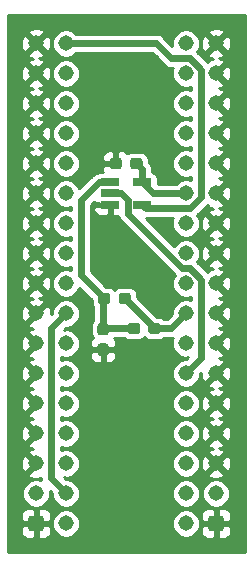
<source format=gbr>
G04 #@! TF.GenerationSoftware,KiCad,Pcbnew,5.1.6*
G04 #@! TF.CreationDate,2020-07-16T15:28:18+01:00*
G04 #@! TF.ProjectId,EZ-DF0,455a2d44-4630-42e6-9b69-6361645f7063,rev?*
G04 #@! TF.SameCoordinates,Original*
G04 #@! TF.FileFunction,Copper,L1,Top*
G04 #@! TF.FilePolarity,Positive*
%FSLAX46Y46*%
G04 Gerber Fmt 4.6, Leading zero omitted, Abs format (unit mm)*
G04 Created by KiCad (PCBNEW 5.1.6) date 2020-07-16 15:28:18*
%MOMM*%
%LPD*%
G01*
G04 APERTURE LIST*
G04 #@! TA.AperFunction,ComponentPad*
%ADD10C,1.310000*%
G04 #@! TD*
G04 #@! TA.AperFunction,SMDPad,CuDef*
%ADD11R,1.560000X0.650000*%
G04 #@! TD*
G04 #@! TA.AperFunction,ViaPad*
%ADD12C,0.600000*%
G04 #@! TD*
G04 #@! TA.AperFunction,Conductor*
%ADD13C,0.600000*%
G04 #@! TD*
G04 #@! TA.AperFunction,Conductor*
%ADD14C,0.254000*%
G04 #@! TD*
G04 APERTURE END LIST*
G04 #@! TA.AperFunction,ComponentPad*
G36*
G01*
X143105000Y-104755000D02*
X143915000Y-104755000D01*
G75*
G02*
X144165000Y-105005000I0J-250000D01*
G01*
X144165000Y-105815000D01*
G75*
G02*
X143915000Y-106065000I-250000J0D01*
G01*
X143105000Y-106065000D01*
G75*
G02*
X142855000Y-105815000I0J250000D01*
G01*
X142855000Y-105005000D01*
G75*
G02*
X143105000Y-104755000I250000J0D01*
G01*
G37*
G04 #@! TD.AperFunction*
D10*
X143510000Y-102870000D03*
X143510000Y-100330000D03*
X143510000Y-97790000D03*
X143510000Y-95250000D03*
X143510000Y-92710000D03*
X143510000Y-90170000D03*
X143510000Y-87630000D03*
X143510000Y-85090000D03*
X143510000Y-82550000D03*
X143510000Y-80010000D03*
X143510000Y-77470000D03*
X143510000Y-74930000D03*
X143510000Y-72390000D03*
X143510000Y-69850000D03*
X143510000Y-67310000D03*
X143510000Y-64770000D03*
X140970000Y-105410000D03*
X140970000Y-102870000D03*
X140970000Y-100330000D03*
X140970000Y-97790000D03*
X140970000Y-95250000D03*
X140970000Y-92710000D03*
X140970000Y-90170000D03*
X140970000Y-87630000D03*
X140970000Y-85090000D03*
X140970000Y-82550000D03*
X140970000Y-80010000D03*
X140970000Y-77470000D03*
X140970000Y-74930000D03*
X140970000Y-72390000D03*
X140970000Y-69850000D03*
X140970000Y-67310000D03*
X140970000Y-64770000D03*
G04 #@! TA.AperFunction,SMDPad,CuDef*
G36*
G01*
X133710000Y-88420000D02*
X134185000Y-88420000D01*
G75*
G02*
X134422500Y-88657500I0J-237500D01*
G01*
X134422500Y-89232500D01*
G75*
G02*
X134185000Y-89470000I-237500J0D01*
G01*
X133710000Y-89470000D01*
G75*
G02*
X133472500Y-89232500I0J237500D01*
G01*
X133472500Y-88657500D01*
G75*
G02*
X133710000Y-88420000I237500J0D01*
G01*
G37*
G04 #@! TD.AperFunction*
G04 #@! TA.AperFunction,SMDPad,CuDef*
G36*
G01*
X133710000Y-90170000D02*
X134185000Y-90170000D01*
G75*
G02*
X134422500Y-90407500I0J-237500D01*
G01*
X134422500Y-90982500D01*
G75*
G02*
X134185000Y-91220000I-237500J0D01*
G01*
X133710000Y-91220000D01*
G75*
G02*
X133472500Y-90982500I0J237500D01*
G01*
X133472500Y-90407500D01*
G75*
G02*
X133710000Y-90170000I237500J0D01*
G01*
G37*
G04 #@! TD.AperFunction*
G04 #@! TA.AperFunction,SMDPad,CuDef*
G36*
G01*
X136240000Y-75167500D02*
X136240000Y-74692500D01*
G75*
G02*
X136477500Y-74455000I237500J0D01*
G01*
X137052500Y-74455000D01*
G75*
G02*
X137290000Y-74692500I0J-237500D01*
G01*
X137290000Y-75167500D01*
G75*
G02*
X137052500Y-75405000I-237500J0D01*
G01*
X136477500Y-75405000D01*
G75*
G02*
X136240000Y-75167500I0J237500D01*
G01*
G37*
G04 #@! TD.AperFunction*
G04 #@! TA.AperFunction,SMDPad,CuDef*
G36*
G01*
X134490000Y-75167500D02*
X134490000Y-74692500D01*
G75*
G02*
X134727500Y-74455000I237500J0D01*
G01*
X135302500Y-74455000D01*
G75*
G02*
X135540000Y-74692500I0J-237500D01*
G01*
X135540000Y-75167500D01*
G75*
G02*
X135302500Y-75405000I-237500J0D01*
G01*
X134727500Y-75405000D01*
G75*
G02*
X134490000Y-75167500I0J237500D01*
G01*
G37*
G04 #@! TD.AperFunction*
X130810000Y-64770000D03*
X130810000Y-67310000D03*
X130810000Y-69850000D03*
X130810000Y-72390000D03*
X130810000Y-74930000D03*
X130810000Y-77470000D03*
X130810000Y-80010000D03*
X130810000Y-82550000D03*
X130810000Y-85090000D03*
X130810000Y-87630000D03*
X130810000Y-90170000D03*
X130810000Y-92710000D03*
X130810000Y-95250000D03*
X130810000Y-97790000D03*
X130810000Y-100330000D03*
X130810000Y-102870000D03*
X130810000Y-105410000D03*
X128270000Y-64770000D03*
X128270000Y-67310000D03*
X128270000Y-69850000D03*
X128270000Y-72390000D03*
X128270000Y-74930000D03*
X128270000Y-77470000D03*
X128270000Y-80010000D03*
X128270000Y-82550000D03*
X128270000Y-85090000D03*
X128270000Y-87630000D03*
X128270000Y-90170000D03*
X128270000Y-92710000D03*
X128270000Y-95250000D03*
X128270000Y-97790000D03*
X128270000Y-100330000D03*
X128270000Y-102870000D03*
G04 #@! TA.AperFunction,ComponentPad*
G36*
G01*
X128675000Y-106065000D02*
X127865000Y-106065000D01*
G75*
G02*
X127615000Y-105815000I0J250000D01*
G01*
X127615000Y-105005000D01*
G75*
G02*
X127865000Y-104755000I250000J0D01*
G01*
X128675000Y-104755000D01*
G75*
G02*
X128925000Y-105005000I0J-250000D01*
G01*
X128925000Y-105815000D01*
G75*
G02*
X128675000Y-106065000I-250000J0D01*
G01*
G37*
G04 #@! TD.AperFunction*
G04 #@! TA.AperFunction,SMDPad,CuDef*
G36*
G01*
X133512500Y-86597500D02*
X133512500Y-86122500D01*
G75*
G02*
X133750000Y-85885000I237500J0D01*
G01*
X134325000Y-85885000D01*
G75*
G02*
X134562500Y-86122500I0J-237500D01*
G01*
X134562500Y-86597500D01*
G75*
G02*
X134325000Y-86835000I-237500J0D01*
G01*
X133750000Y-86835000D01*
G75*
G02*
X133512500Y-86597500I0J237500D01*
G01*
G37*
G04 #@! TD.AperFunction*
G04 #@! TA.AperFunction,SMDPad,CuDef*
G36*
G01*
X135262500Y-86597500D02*
X135262500Y-86122500D01*
G75*
G02*
X135500000Y-85885000I237500J0D01*
G01*
X136075000Y-85885000D01*
G75*
G02*
X136312500Y-86122500I0J-237500D01*
G01*
X136312500Y-86597500D01*
G75*
G02*
X136075000Y-86835000I-237500J0D01*
G01*
X135500000Y-86835000D01*
G75*
G02*
X135262500Y-86597500I0J237500D01*
G01*
G37*
G04 #@! TD.AperFunction*
D11*
X134540000Y-76520000D03*
X134540000Y-77470000D03*
X134540000Y-78420000D03*
X137240000Y-78420000D03*
X137240000Y-76520000D03*
G04 #@! TA.AperFunction,SMDPad,CuDef*
G36*
G01*
X136030000Y-89137500D02*
X136030000Y-88662500D01*
G75*
G02*
X136267500Y-88425000I237500J0D01*
G01*
X136842500Y-88425000D01*
G75*
G02*
X137080000Y-88662500I0J-237500D01*
G01*
X137080000Y-89137500D01*
G75*
G02*
X136842500Y-89375000I-237500J0D01*
G01*
X136267500Y-89375000D01*
G75*
G02*
X136030000Y-89137500I0J237500D01*
G01*
G37*
G04 #@! TD.AperFunction*
G04 #@! TA.AperFunction,SMDPad,CuDef*
G36*
G01*
X137780000Y-89137500D02*
X137780000Y-88662500D01*
G75*
G02*
X138017500Y-88425000I237500J0D01*
G01*
X138592500Y-88425000D01*
G75*
G02*
X138830000Y-88662500I0J-237500D01*
G01*
X138830000Y-89137500D01*
G75*
G02*
X138592500Y-89375000I-237500J0D01*
G01*
X138017500Y-89375000D01*
G75*
G02*
X137780000Y-89137500I0J237500D01*
G01*
G37*
G04 #@! TD.AperFunction*
D12*
X133350000Y-66040000D03*
X138430000Y-66040000D03*
X133350000Y-63500000D03*
X138430000Y-63500000D03*
X134620000Y-92710000D03*
X138430000Y-92710000D03*
X138430000Y-83820000D03*
X133350000Y-81280000D03*
X133350000Y-73660000D03*
X138430000Y-73660000D03*
X134620000Y-83820000D03*
X135890000Y-81280000D03*
X133350000Y-100330000D03*
X138430000Y-100330000D03*
X133350000Y-105410000D03*
X138430000Y-105410000D03*
X133350000Y-96520000D03*
X138430000Y-96520000D03*
X133350000Y-71120000D03*
X138430000Y-71120000D03*
X133350000Y-68580000D03*
X138430000Y-68580000D03*
D13*
X133992500Y-88900000D02*
X133947500Y-88945000D01*
X136555000Y-88900000D02*
X133992500Y-88900000D01*
X133947500Y-86450000D02*
X134037500Y-86360000D01*
X133947500Y-88945000D02*
X133947500Y-86450000D01*
X132080000Y-84402500D02*
X134037500Y-86360000D01*
X132080000Y-78056398D02*
X132080000Y-84402500D01*
X133616398Y-76520000D02*
X132080000Y-78056398D01*
X134540000Y-76520000D02*
X133616398Y-76520000D01*
X138190000Y-77470000D02*
X137240000Y-76520000D01*
X140970000Y-77470000D02*
X138190000Y-77470000D01*
X137240000Y-75405000D02*
X136765000Y-74930000D01*
X137240000Y-76520000D02*
X137240000Y-75405000D01*
X137560000Y-78740000D02*
X137240000Y-78420000D01*
X141301362Y-78740000D02*
X137560000Y-78740000D01*
X142240000Y-66978638D02*
X142240000Y-77801362D01*
X141301362Y-66040000D02*
X142240000Y-66978638D01*
X139700000Y-66040000D02*
X141301362Y-66040000D01*
X138430000Y-64770000D02*
X139700000Y-66040000D01*
X142240000Y-77801362D02*
X141301362Y-78740000D01*
X130810000Y-64770000D02*
X138430000Y-64770000D01*
X129540000Y-88900000D02*
X130810000Y-87630000D01*
X129540000Y-101600000D02*
X129540000Y-88900000D01*
X130810000Y-102870000D02*
X129540000Y-101600000D01*
X139700000Y-88900000D02*
X140970000Y-87630000D01*
X138305000Y-88900000D02*
X139700000Y-88900000D01*
X135787500Y-86382500D02*
X138305000Y-88900000D01*
X135787500Y-86360000D02*
X135787500Y-86382500D01*
X136032999Y-79214361D02*
X140638638Y-83820000D01*
X136032999Y-78039397D02*
X136032999Y-79214361D01*
X135463602Y-77470000D02*
X136032999Y-78039397D01*
X134540000Y-77470000D02*
X135463602Y-77470000D01*
X141301362Y-83820000D02*
X142240000Y-84758638D01*
X140638638Y-83820000D02*
X141301362Y-83820000D01*
X142240000Y-91440000D02*
X140970000Y-92710000D01*
X142240000Y-84758638D02*
X142240000Y-91440000D01*
D14*
G36*
X145923000Y-107823000D02*
G01*
X125857000Y-107823000D01*
X125857000Y-106065000D01*
X126976928Y-106065000D01*
X126989188Y-106189482D01*
X127025498Y-106309180D01*
X127084463Y-106419494D01*
X127163815Y-106516185D01*
X127260506Y-106595537D01*
X127370820Y-106654502D01*
X127490518Y-106690812D01*
X127615000Y-106703072D01*
X127984250Y-106700000D01*
X128143000Y-106541250D01*
X128143000Y-105537000D01*
X128397000Y-105537000D01*
X128397000Y-106541250D01*
X128555750Y-106700000D01*
X128925000Y-106703072D01*
X129049482Y-106690812D01*
X129169180Y-106654502D01*
X129279494Y-106595537D01*
X129376185Y-106516185D01*
X129455537Y-106419494D01*
X129514502Y-106309180D01*
X129550812Y-106189482D01*
X129563072Y-106065000D01*
X129560000Y-105695750D01*
X129401250Y-105537000D01*
X128397000Y-105537000D01*
X128143000Y-105537000D01*
X127138750Y-105537000D01*
X126980000Y-105695750D01*
X126976928Y-106065000D01*
X125857000Y-106065000D01*
X125857000Y-105292795D01*
X129620000Y-105292795D01*
X129620000Y-105527205D01*
X129665731Y-105757110D01*
X129755436Y-105973676D01*
X129885667Y-106168581D01*
X130051419Y-106334333D01*
X130246324Y-106464564D01*
X130462890Y-106554269D01*
X130692795Y-106600000D01*
X130927205Y-106600000D01*
X131157110Y-106554269D01*
X131373676Y-106464564D01*
X131568581Y-106334333D01*
X131734333Y-106168581D01*
X131864564Y-105973676D01*
X131954269Y-105757110D01*
X132000000Y-105527205D01*
X132000000Y-105292795D01*
X139780000Y-105292795D01*
X139780000Y-105527205D01*
X139825731Y-105757110D01*
X139915436Y-105973676D01*
X140045667Y-106168581D01*
X140211419Y-106334333D01*
X140406324Y-106464564D01*
X140622890Y-106554269D01*
X140852795Y-106600000D01*
X141087205Y-106600000D01*
X141317110Y-106554269D01*
X141533676Y-106464564D01*
X141728581Y-106334333D01*
X141894333Y-106168581D01*
X141963543Y-106065000D01*
X142216928Y-106065000D01*
X142229188Y-106189482D01*
X142265498Y-106309180D01*
X142324463Y-106419494D01*
X142403815Y-106516185D01*
X142500506Y-106595537D01*
X142610820Y-106654502D01*
X142730518Y-106690812D01*
X142855000Y-106703072D01*
X143224250Y-106700000D01*
X143383000Y-106541250D01*
X143383000Y-105537000D01*
X143637000Y-105537000D01*
X143637000Y-106541250D01*
X143795750Y-106700000D01*
X144165000Y-106703072D01*
X144289482Y-106690812D01*
X144409180Y-106654502D01*
X144519494Y-106595537D01*
X144616185Y-106516185D01*
X144695537Y-106419494D01*
X144754502Y-106309180D01*
X144790812Y-106189482D01*
X144803072Y-106065000D01*
X144800000Y-105695750D01*
X144641250Y-105537000D01*
X143637000Y-105537000D01*
X143383000Y-105537000D01*
X142378750Y-105537000D01*
X142220000Y-105695750D01*
X142216928Y-106065000D01*
X141963543Y-106065000D01*
X142024564Y-105973676D01*
X142114269Y-105757110D01*
X142160000Y-105527205D01*
X142160000Y-105292795D01*
X142114269Y-105062890D01*
X142024564Y-104846324D01*
X141963544Y-104755000D01*
X142216928Y-104755000D01*
X142220000Y-105124250D01*
X142378750Y-105283000D01*
X143383000Y-105283000D01*
X143383000Y-104278750D01*
X143637000Y-104278750D01*
X143637000Y-105283000D01*
X144641250Y-105283000D01*
X144800000Y-105124250D01*
X144803072Y-104755000D01*
X144790812Y-104630518D01*
X144754502Y-104510820D01*
X144695537Y-104400506D01*
X144616185Y-104303815D01*
X144519494Y-104224463D01*
X144409180Y-104165498D01*
X144289482Y-104129188D01*
X144165000Y-104116928D01*
X143795750Y-104120000D01*
X143637000Y-104278750D01*
X143383000Y-104278750D01*
X143224250Y-104120000D01*
X142855000Y-104116928D01*
X142730518Y-104129188D01*
X142610820Y-104165498D01*
X142500506Y-104224463D01*
X142403815Y-104303815D01*
X142324463Y-104400506D01*
X142265498Y-104510820D01*
X142229188Y-104630518D01*
X142216928Y-104755000D01*
X141963544Y-104755000D01*
X141894333Y-104651419D01*
X141728581Y-104485667D01*
X141533676Y-104355436D01*
X141317110Y-104265731D01*
X141087205Y-104220000D01*
X140852795Y-104220000D01*
X140622890Y-104265731D01*
X140406324Y-104355436D01*
X140211419Y-104485667D01*
X140045667Y-104651419D01*
X139915436Y-104846324D01*
X139825731Y-105062890D01*
X139780000Y-105292795D01*
X132000000Y-105292795D01*
X131954269Y-105062890D01*
X131864564Y-104846324D01*
X131734333Y-104651419D01*
X131568581Y-104485667D01*
X131373676Y-104355436D01*
X131157110Y-104265731D01*
X130927205Y-104220000D01*
X130692795Y-104220000D01*
X130462890Y-104265731D01*
X130246324Y-104355436D01*
X130051419Y-104485667D01*
X129885667Y-104651419D01*
X129755436Y-104846324D01*
X129665731Y-105062890D01*
X129620000Y-105292795D01*
X125857000Y-105292795D01*
X125857000Y-104755000D01*
X126976928Y-104755000D01*
X126980000Y-105124250D01*
X127138750Y-105283000D01*
X128143000Y-105283000D01*
X128143000Y-104278750D01*
X128397000Y-104278750D01*
X128397000Y-105283000D01*
X129401250Y-105283000D01*
X129560000Y-105124250D01*
X129563072Y-104755000D01*
X129550812Y-104630518D01*
X129514502Y-104510820D01*
X129455537Y-104400506D01*
X129376185Y-104303815D01*
X129279494Y-104224463D01*
X129169180Y-104165498D01*
X129049482Y-104129188D01*
X128925000Y-104116928D01*
X128555750Y-104120000D01*
X128397000Y-104278750D01*
X128143000Y-104278750D01*
X127984250Y-104120000D01*
X127615000Y-104116928D01*
X127490518Y-104129188D01*
X127370820Y-104165498D01*
X127260506Y-104224463D01*
X127163815Y-104303815D01*
X127084463Y-104400506D01*
X127025498Y-104510820D01*
X126989188Y-104630518D01*
X126976928Y-104755000D01*
X125857000Y-104755000D01*
X125857000Y-102752795D01*
X127080000Y-102752795D01*
X127080000Y-102987205D01*
X127125731Y-103217110D01*
X127215436Y-103433676D01*
X127345667Y-103628581D01*
X127511419Y-103794333D01*
X127706324Y-103924564D01*
X127922890Y-104014269D01*
X128152795Y-104060000D01*
X128387205Y-104060000D01*
X128617110Y-104014269D01*
X128833676Y-103924564D01*
X129028581Y-103794333D01*
X129194333Y-103628581D01*
X129324564Y-103433676D01*
X129414269Y-103217110D01*
X129460000Y-102987205D01*
X129460000Y-102752795D01*
X129447106Y-102687974D01*
X129620000Y-102860868D01*
X129620000Y-102987205D01*
X129665731Y-103217110D01*
X129755436Y-103433676D01*
X129885667Y-103628581D01*
X130051419Y-103794333D01*
X130246324Y-103924564D01*
X130462890Y-104014269D01*
X130692795Y-104060000D01*
X130927205Y-104060000D01*
X131157110Y-104014269D01*
X131373676Y-103924564D01*
X131568581Y-103794333D01*
X131734333Y-103628581D01*
X131864564Y-103433676D01*
X131954269Y-103217110D01*
X132000000Y-102987205D01*
X132000000Y-102752795D01*
X139780000Y-102752795D01*
X139780000Y-102987205D01*
X139825731Y-103217110D01*
X139915436Y-103433676D01*
X140045667Y-103628581D01*
X140211419Y-103794333D01*
X140406324Y-103924564D01*
X140622890Y-104014269D01*
X140852795Y-104060000D01*
X141087205Y-104060000D01*
X141317110Y-104014269D01*
X141533676Y-103924564D01*
X141728581Y-103794333D01*
X141894333Y-103628581D01*
X142024564Y-103433676D01*
X142114269Y-103217110D01*
X142160000Y-102987205D01*
X142160000Y-102752795D01*
X142320000Y-102752795D01*
X142320000Y-102987205D01*
X142365731Y-103217110D01*
X142455436Y-103433676D01*
X142585667Y-103628581D01*
X142751419Y-103794333D01*
X142946324Y-103924564D01*
X143162890Y-104014269D01*
X143392795Y-104060000D01*
X143627205Y-104060000D01*
X143857110Y-104014269D01*
X144073676Y-103924564D01*
X144268581Y-103794333D01*
X144434333Y-103628581D01*
X144564564Y-103433676D01*
X144654269Y-103217110D01*
X144700000Y-102987205D01*
X144700000Y-102752795D01*
X144654269Y-102522890D01*
X144564564Y-102306324D01*
X144434333Y-102111419D01*
X144268581Y-101945667D01*
X144073676Y-101815436D01*
X143857110Y-101725731D01*
X143627205Y-101680000D01*
X143392795Y-101680000D01*
X143162890Y-101725731D01*
X142946324Y-101815436D01*
X142751419Y-101945667D01*
X142585667Y-102111419D01*
X142455436Y-102306324D01*
X142365731Y-102522890D01*
X142320000Y-102752795D01*
X142160000Y-102752795D01*
X142114269Y-102522890D01*
X142024564Y-102306324D01*
X141894333Y-102111419D01*
X141728581Y-101945667D01*
X141533676Y-101815436D01*
X141317110Y-101725731D01*
X141087205Y-101680000D01*
X140852795Y-101680000D01*
X140622890Y-101725731D01*
X140406324Y-101815436D01*
X140211419Y-101945667D01*
X140045667Y-102111419D01*
X139915436Y-102306324D01*
X139825731Y-102522890D01*
X139780000Y-102752795D01*
X132000000Y-102752795D01*
X131954269Y-102522890D01*
X131864564Y-102306324D01*
X131734333Y-102111419D01*
X131568581Y-101945667D01*
X131373676Y-101815436D01*
X131157110Y-101725731D01*
X130927205Y-101680000D01*
X130800868Y-101680000D01*
X130627974Y-101507106D01*
X130692795Y-101520000D01*
X130927205Y-101520000D01*
X131157110Y-101474269D01*
X131373676Y-101384564D01*
X131568581Y-101254333D01*
X131734333Y-101088581D01*
X131864564Y-100893676D01*
X131954269Y-100677110D01*
X132000000Y-100447205D01*
X132000000Y-100212795D01*
X139780000Y-100212795D01*
X139780000Y-100447205D01*
X139825731Y-100677110D01*
X139915436Y-100893676D01*
X140045667Y-101088581D01*
X140211419Y-101254333D01*
X140406324Y-101384564D01*
X140622890Y-101474269D01*
X140852795Y-101520000D01*
X141087205Y-101520000D01*
X141317110Y-101474269D01*
X141533676Y-101384564D01*
X141728581Y-101254333D01*
X141763812Y-101219102D01*
X142800503Y-101219102D01*
X142854499Y-101448286D01*
X143085261Y-101554681D01*
X143332345Y-101614011D01*
X143586257Y-101623998D01*
X143837238Y-101584258D01*
X144075644Y-101496317D01*
X144165501Y-101448286D01*
X144219497Y-101219102D01*
X143510000Y-100509605D01*
X142800503Y-101219102D01*
X141763812Y-101219102D01*
X141894333Y-101088581D01*
X142024564Y-100893676D01*
X142114269Y-100677110D01*
X142160000Y-100447205D01*
X142160000Y-100406257D01*
X142216002Y-100406257D01*
X142255742Y-100657238D01*
X142343683Y-100895644D01*
X142391714Y-100985501D01*
X142620898Y-101039497D01*
X143330395Y-100330000D01*
X143689605Y-100330000D01*
X144399102Y-101039497D01*
X144628286Y-100985501D01*
X144734681Y-100754739D01*
X144794011Y-100507655D01*
X144803998Y-100253743D01*
X144764258Y-100002762D01*
X144676317Y-99764356D01*
X144628286Y-99674499D01*
X144399102Y-99620503D01*
X143689605Y-100330000D01*
X143330395Y-100330000D01*
X142620898Y-99620503D01*
X142391714Y-99674499D01*
X142285319Y-99905261D01*
X142225989Y-100152345D01*
X142216002Y-100406257D01*
X142160000Y-100406257D01*
X142160000Y-100212795D01*
X142114269Y-99982890D01*
X142024564Y-99766324D01*
X141894333Y-99571419D01*
X141728581Y-99405667D01*
X141533676Y-99275436D01*
X141317110Y-99185731D01*
X141087205Y-99140000D01*
X140852795Y-99140000D01*
X140622890Y-99185731D01*
X140406324Y-99275436D01*
X140211419Y-99405667D01*
X140045667Y-99571419D01*
X139915436Y-99766324D01*
X139825731Y-99982890D01*
X139780000Y-100212795D01*
X132000000Y-100212795D01*
X131954269Y-99982890D01*
X131864564Y-99766324D01*
X131734333Y-99571419D01*
X131568581Y-99405667D01*
X131373676Y-99275436D01*
X131157110Y-99185731D01*
X130927205Y-99140000D01*
X130692795Y-99140000D01*
X130462890Y-99185731D01*
X130375000Y-99222136D01*
X130375000Y-98897864D01*
X130462890Y-98934269D01*
X130692795Y-98980000D01*
X130927205Y-98980000D01*
X131157110Y-98934269D01*
X131373676Y-98844564D01*
X131568581Y-98714333D01*
X131734333Y-98548581D01*
X131864564Y-98353676D01*
X131954269Y-98137110D01*
X132000000Y-97907205D01*
X132000000Y-97672795D01*
X139780000Y-97672795D01*
X139780000Y-97907205D01*
X139825731Y-98137110D01*
X139915436Y-98353676D01*
X140045667Y-98548581D01*
X140211419Y-98714333D01*
X140406324Y-98844564D01*
X140622890Y-98934269D01*
X140852795Y-98980000D01*
X141087205Y-98980000D01*
X141317110Y-98934269D01*
X141533676Y-98844564D01*
X141728581Y-98714333D01*
X141763812Y-98679102D01*
X142800503Y-98679102D01*
X142854499Y-98908286D01*
X143085261Y-99014681D01*
X143277248Y-99060781D01*
X143182762Y-99075742D01*
X142944356Y-99163683D01*
X142854499Y-99211714D01*
X142800503Y-99440898D01*
X143510000Y-100150395D01*
X144219497Y-99440898D01*
X144165501Y-99211714D01*
X143934739Y-99105319D01*
X143742752Y-99059219D01*
X143837238Y-99044258D01*
X144075644Y-98956317D01*
X144165501Y-98908286D01*
X144219497Y-98679102D01*
X143510000Y-97969605D01*
X142800503Y-98679102D01*
X141763812Y-98679102D01*
X141894333Y-98548581D01*
X142024564Y-98353676D01*
X142114269Y-98137110D01*
X142160000Y-97907205D01*
X142160000Y-97866257D01*
X142216002Y-97866257D01*
X142255742Y-98117238D01*
X142343683Y-98355644D01*
X142391714Y-98445501D01*
X142620898Y-98499497D01*
X143330395Y-97790000D01*
X143689605Y-97790000D01*
X144399102Y-98499497D01*
X144628286Y-98445501D01*
X144734681Y-98214739D01*
X144794011Y-97967655D01*
X144803998Y-97713743D01*
X144764258Y-97462762D01*
X144676317Y-97224356D01*
X144628286Y-97134499D01*
X144399102Y-97080503D01*
X143689605Y-97790000D01*
X143330395Y-97790000D01*
X142620898Y-97080503D01*
X142391714Y-97134499D01*
X142285319Y-97365261D01*
X142225989Y-97612345D01*
X142216002Y-97866257D01*
X142160000Y-97866257D01*
X142160000Y-97672795D01*
X142114269Y-97442890D01*
X142024564Y-97226324D01*
X141894333Y-97031419D01*
X141728581Y-96865667D01*
X141533676Y-96735436D01*
X141317110Y-96645731D01*
X141087205Y-96600000D01*
X140852795Y-96600000D01*
X140622890Y-96645731D01*
X140406324Y-96735436D01*
X140211419Y-96865667D01*
X140045667Y-97031419D01*
X139915436Y-97226324D01*
X139825731Y-97442890D01*
X139780000Y-97672795D01*
X132000000Y-97672795D01*
X131954269Y-97442890D01*
X131864564Y-97226324D01*
X131734333Y-97031419D01*
X131568581Y-96865667D01*
X131373676Y-96735436D01*
X131157110Y-96645731D01*
X130927205Y-96600000D01*
X130692795Y-96600000D01*
X130462890Y-96645731D01*
X130375000Y-96682136D01*
X130375000Y-96357864D01*
X130462890Y-96394269D01*
X130692795Y-96440000D01*
X130927205Y-96440000D01*
X131157110Y-96394269D01*
X131373676Y-96304564D01*
X131568581Y-96174333D01*
X131734333Y-96008581D01*
X131864564Y-95813676D01*
X131954269Y-95597110D01*
X132000000Y-95367205D01*
X132000000Y-95132795D01*
X139780000Y-95132795D01*
X139780000Y-95367205D01*
X139825731Y-95597110D01*
X139915436Y-95813676D01*
X140045667Y-96008581D01*
X140211419Y-96174333D01*
X140406324Y-96304564D01*
X140622890Y-96394269D01*
X140852795Y-96440000D01*
X141087205Y-96440000D01*
X141317110Y-96394269D01*
X141533676Y-96304564D01*
X141728581Y-96174333D01*
X141763812Y-96139102D01*
X142800503Y-96139102D01*
X142854499Y-96368286D01*
X143085261Y-96474681D01*
X143277248Y-96520781D01*
X143182762Y-96535742D01*
X142944356Y-96623683D01*
X142854499Y-96671714D01*
X142800503Y-96900898D01*
X143510000Y-97610395D01*
X144219497Y-96900898D01*
X144165501Y-96671714D01*
X143934739Y-96565319D01*
X143742752Y-96519219D01*
X143837238Y-96504258D01*
X144075644Y-96416317D01*
X144165501Y-96368286D01*
X144219497Y-96139102D01*
X143510000Y-95429605D01*
X142800503Y-96139102D01*
X141763812Y-96139102D01*
X141894333Y-96008581D01*
X142024564Y-95813676D01*
X142114269Y-95597110D01*
X142160000Y-95367205D01*
X142160000Y-95326257D01*
X142216002Y-95326257D01*
X142255742Y-95577238D01*
X142343683Y-95815644D01*
X142391714Y-95905501D01*
X142620898Y-95959497D01*
X143330395Y-95250000D01*
X143689605Y-95250000D01*
X144399102Y-95959497D01*
X144628286Y-95905501D01*
X144734681Y-95674739D01*
X144794011Y-95427655D01*
X144803998Y-95173743D01*
X144764258Y-94922762D01*
X144676317Y-94684356D01*
X144628286Y-94594499D01*
X144399102Y-94540503D01*
X143689605Y-95250000D01*
X143330395Y-95250000D01*
X142620898Y-94540503D01*
X142391714Y-94594499D01*
X142285319Y-94825261D01*
X142225989Y-95072345D01*
X142216002Y-95326257D01*
X142160000Y-95326257D01*
X142160000Y-95132795D01*
X142114269Y-94902890D01*
X142024564Y-94686324D01*
X141894333Y-94491419D01*
X141728581Y-94325667D01*
X141533676Y-94195436D01*
X141317110Y-94105731D01*
X141087205Y-94060000D01*
X140852795Y-94060000D01*
X140622890Y-94105731D01*
X140406324Y-94195436D01*
X140211419Y-94325667D01*
X140045667Y-94491419D01*
X139915436Y-94686324D01*
X139825731Y-94902890D01*
X139780000Y-95132795D01*
X132000000Y-95132795D01*
X131954269Y-94902890D01*
X131864564Y-94686324D01*
X131734333Y-94491419D01*
X131568581Y-94325667D01*
X131373676Y-94195436D01*
X131157110Y-94105731D01*
X130927205Y-94060000D01*
X130692795Y-94060000D01*
X130462890Y-94105731D01*
X130375000Y-94142136D01*
X130375000Y-93817864D01*
X130462890Y-93854269D01*
X130692795Y-93900000D01*
X130927205Y-93900000D01*
X131157110Y-93854269D01*
X131373676Y-93764564D01*
X131568581Y-93634333D01*
X131734333Y-93468581D01*
X131864564Y-93273676D01*
X131954269Y-93057110D01*
X132000000Y-92827205D01*
X132000000Y-92592795D01*
X131954269Y-92362890D01*
X131864564Y-92146324D01*
X131734333Y-91951419D01*
X131568581Y-91785667D01*
X131373676Y-91655436D01*
X131157110Y-91565731D01*
X130927205Y-91520000D01*
X130692795Y-91520000D01*
X130462890Y-91565731D01*
X130375000Y-91602136D01*
X130375000Y-91277864D01*
X130462890Y-91314269D01*
X130692795Y-91360000D01*
X130927205Y-91360000D01*
X131157110Y-91314269D01*
X131373676Y-91224564D01*
X131380506Y-91220000D01*
X132834428Y-91220000D01*
X132846688Y-91344482D01*
X132882998Y-91464180D01*
X132941963Y-91574494D01*
X133021315Y-91671185D01*
X133118006Y-91750537D01*
X133228320Y-91809502D01*
X133348018Y-91845812D01*
X133472500Y-91858072D01*
X133661750Y-91855000D01*
X133820500Y-91696250D01*
X133820500Y-90822000D01*
X134074500Y-90822000D01*
X134074500Y-91696250D01*
X134233250Y-91855000D01*
X134422500Y-91858072D01*
X134546982Y-91845812D01*
X134666680Y-91809502D01*
X134776994Y-91750537D01*
X134873685Y-91671185D01*
X134953037Y-91574494D01*
X135012002Y-91464180D01*
X135048312Y-91344482D01*
X135060572Y-91220000D01*
X135057500Y-90980750D01*
X134898750Y-90822000D01*
X134074500Y-90822000D01*
X133820500Y-90822000D01*
X132996250Y-90822000D01*
X132837500Y-90980750D01*
X132834428Y-91220000D01*
X131380506Y-91220000D01*
X131568581Y-91094333D01*
X131734333Y-90928581D01*
X131864564Y-90733676D01*
X131954269Y-90517110D01*
X132000000Y-90287205D01*
X132000000Y-90052795D01*
X131954269Y-89822890D01*
X131864564Y-89606324D01*
X131734333Y-89411419D01*
X131568581Y-89245667D01*
X131373676Y-89115436D01*
X131157110Y-89025731D01*
X130927205Y-88980000D01*
X130692795Y-88980000D01*
X130627974Y-88992894D01*
X130800868Y-88820000D01*
X130927205Y-88820000D01*
X131157110Y-88774269D01*
X131373676Y-88684564D01*
X131568581Y-88554333D01*
X131734333Y-88388581D01*
X131864564Y-88193676D01*
X131954269Y-87977110D01*
X132000000Y-87747205D01*
X132000000Y-87512795D01*
X131954269Y-87282890D01*
X131864564Y-87066324D01*
X131734333Y-86871419D01*
X131568581Y-86705667D01*
X131373676Y-86575436D01*
X131157110Y-86485731D01*
X130927205Y-86440000D01*
X130692795Y-86440000D01*
X130462890Y-86485731D01*
X130246324Y-86575436D01*
X130051419Y-86705667D01*
X129885667Y-86871419D01*
X129755436Y-87066324D01*
X129665731Y-87282890D01*
X129620000Y-87512795D01*
X129620000Y-87639132D01*
X129558209Y-87700924D01*
X129563998Y-87553743D01*
X129524258Y-87302762D01*
X129436317Y-87064356D01*
X129388286Y-86974499D01*
X129159102Y-86920503D01*
X128449605Y-87630000D01*
X128463748Y-87644143D01*
X128284143Y-87823748D01*
X128270000Y-87809605D01*
X127560503Y-88519102D01*
X127614499Y-88748286D01*
X127845261Y-88854681D01*
X128037248Y-88900781D01*
X127942762Y-88915742D01*
X127704356Y-89003683D01*
X127614499Y-89051714D01*
X127560503Y-89280898D01*
X128270000Y-89990395D01*
X128284143Y-89976253D01*
X128463748Y-90155858D01*
X128449605Y-90170000D01*
X128463748Y-90184143D01*
X128284143Y-90363748D01*
X128270000Y-90349605D01*
X127560503Y-91059102D01*
X127614499Y-91288286D01*
X127845261Y-91394681D01*
X128037248Y-91440781D01*
X127942762Y-91455742D01*
X127704356Y-91543683D01*
X127614499Y-91591714D01*
X127560503Y-91820898D01*
X128270000Y-92530395D01*
X128284143Y-92516253D01*
X128463748Y-92695858D01*
X128449605Y-92710000D01*
X128463748Y-92724143D01*
X128284143Y-92903748D01*
X128270000Y-92889605D01*
X127560503Y-93599102D01*
X127614499Y-93828286D01*
X127845261Y-93934681D01*
X128037248Y-93980781D01*
X127942762Y-93995742D01*
X127704356Y-94083683D01*
X127614499Y-94131714D01*
X127560503Y-94360898D01*
X128270000Y-95070395D01*
X128284143Y-95056253D01*
X128463748Y-95235858D01*
X128449605Y-95250000D01*
X128463748Y-95264143D01*
X128284143Y-95443748D01*
X128270000Y-95429605D01*
X127560503Y-96139102D01*
X127614499Y-96368286D01*
X127845261Y-96474681D01*
X128037248Y-96520781D01*
X127942762Y-96535742D01*
X127704356Y-96623683D01*
X127614499Y-96671714D01*
X127560503Y-96900898D01*
X128270000Y-97610395D01*
X128284143Y-97596253D01*
X128463748Y-97775858D01*
X128449605Y-97790000D01*
X128463748Y-97804143D01*
X128284143Y-97983748D01*
X128270000Y-97969605D01*
X127560503Y-98679102D01*
X127614499Y-98908286D01*
X127845261Y-99014681D01*
X128037248Y-99060781D01*
X127942762Y-99075742D01*
X127704356Y-99163683D01*
X127614499Y-99211714D01*
X127560503Y-99440898D01*
X128270000Y-100150395D01*
X128284143Y-100136253D01*
X128463748Y-100315858D01*
X128449605Y-100330000D01*
X128463748Y-100344143D01*
X128284143Y-100523748D01*
X128270000Y-100509605D01*
X127560503Y-101219102D01*
X127614499Y-101448286D01*
X127845261Y-101554681D01*
X128092345Y-101614011D01*
X128346257Y-101623998D01*
X128597238Y-101584258D01*
X128705000Y-101544508D01*
X128705000Y-101558981D01*
X128700960Y-101600000D01*
X128705000Y-101641018D01*
X128717082Y-101763688D01*
X128718280Y-101767637D01*
X128617110Y-101725731D01*
X128387205Y-101680000D01*
X128152795Y-101680000D01*
X127922890Y-101725731D01*
X127706324Y-101815436D01*
X127511419Y-101945667D01*
X127345667Y-102111419D01*
X127215436Y-102306324D01*
X127125731Y-102522890D01*
X127080000Y-102752795D01*
X125857000Y-102752795D01*
X125857000Y-100406257D01*
X126976002Y-100406257D01*
X127015742Y-100657238D01*
X127103683Y-100895644D01*
X127151714Y-100985501D01*
X127380898Y-101039497D01*
X128090395Y-100330000D01*
X127380898Y-99620503D01*
X127151714Y-99674499D01*
X127045319Y-99905261D01*
X126985989Y-100152345D01*
X126976002Y-100406257D01*
X125857000Y-100406257D01*
X125857000Y-97866257D01*
X126976002Y-97866257D01*
X127015742Y-98117238D01*
X127103683Y-98355644D01*
X127151714Y-98445501D01*
X127380898Y-98499497D01*
X128090395Y-97790000D01*
X127380898Y-97080503D01*
X127151714Y-97134499D01*
X127045319Y-97365261D01*
X126985989Y-97612345D01*
X126976002Y-97866257D01*
X125857000Y-97866257D01*
X125857000Y-95326257D01*
X126976002Y-95326257D01*
X127015742Y-95577238D01*
X127103683Y-95815644D01*
X127151714Y-95905501D01*
X127380898Y-95959497D01*
X128090395Y-95250000D01*
X127380898Y-94540503D01*
X127151714Y-94594499D01*
X127045319Y-94825261D01*
X126985989Y-95072345D01*
X126976002Y-95326257D01*
X125857000Y-95326257D01*
X125857000Y-92786257D01*
X126976002Y-92786257D01*
X127015742Y-93037238D01*
X127103683Y-93275644D01*
X127151714Y-93365501D01*
X127380898Y-93419497D01*
X128090395Y-92710000D01*
X127380898Y-92000503D01*
X127151714Y-92054499D01*
X127045319Y-92285261D01*
X126985989Y-92532345D01*
X126976002Y-92786257D01*
X125857000Y-92786257D01*
X125857000Y-90246257D01*
X126976002Y-90246257D01*
X127015742Y-90497238D01*
X127103683Y-90735644D01*
X127151714Y-90825501D01*
X127380898Y-90879497D01*
X128090395Y-90170000D01*
X127380898Y-89460503D01*
X127151714Y-89514499D01*
X127045319Y-89745261D01*
X126985989Y-89992345D01*
X126976002Y-90246257D01*
X125857000Y-90246257D01*
X125857000Y-87706257D01*
X126976002Y-87706257D01*
X127015742Y-87957238D01*
X127103683Y-88195644D01*
X127151714Y-88285501D01*
X127380898Y-88339497D01*
X128090395Y-87630000D01*
X127380898Y-86920503D01*
X127151714Y-86974499D01*
X127045319Y-87205261D01*
X126985989Y-87452345D01*
X126976002Y-87706257D01*
X125857000Y-87706257D01*
X125857000Y-85979102D01*
X127560503Y-85979102D01*
X127614499Y-86208286D01*
X127845261Y-86314681D01*
X128037248Y-86360781D01*
X127942762Y-86375742D01*
X127704356Y-86463683D01*
X127614499Y-86511714D01*
X127560503Y-86740898D01*
X128270000Y-87450395D01*
X128979497Y-86740898D01*
X128925501Y-86511714D01*
X128694739Y-86405319D01*
X128502752Y-86359219D01*
X128597238Y-86344258D01*
X128835644Y-86256317D01*
X128925501Y-86208286D01*
X128979497Y-85979102D01*
X128270000Y-85269605D01*
X127560503Y-85979102D01*
X125857000Y-85979102D01*
X125857000Y-85166257D01*
X126976002Y-85166257D01*
X127015742Y-85417238D01*
X127103683Y-85655644D01*
X127151714Y-85745501D01*
X127380898Y-85799497D01*
X128090395Y-85090000D01*
X128449605Y-85090000D01*
X129159102Y-85799497D01*
X129388286Y-85745501D01*
X129494681Y-85514739D01*
X129554011Y-85267655D01*
X129563998Y-85013743D01*
X129524258Y-84762762D01*
X129436317Y-84524356D01*
X129388286Y-84434499D01*
X129159102Y-84380503D01*
X128449605Y-85090000D01*
X128090395Y-85090000D01*
X127380898Y-84380503D01*
X127151714Y-84434499D01*
X127045319Y-84665261D01*
X126985989Y-84912345D01*
X126976002Y-85166257D01*
X125857000Y-85166257D01*
X125857000Y-83439102D01*
X127560503Y-83439102D01*
X127614499Y-83668286D01*
X127845261Y-83774681D01*
X128037248Y-83820781D01*
X127942762Y-83835742D01*
X127704356Y-83923683D01*
X127614499Y-83971714D01*
X127560503Y-84200898D01*
X128270000Y-84910395D01*
X128979497Y-84200898D01*
X128925501Y-83971714D01*
X128694739Y-83865319D01*
X128502752Y-83819219D01*
X128597238Y-83804258D01*
X128835644Y-83716317D01*
X128925501Y-83668286D01*
X128979497Y-83439102D01*
X128270000Y-82729605D01*
X127560503Y-83439102D01*
X125857000Y-83439102D01*
X125857000Y-82626257D01*
X126976002Y-82626257D01*
X127015742Y-82877238D01*
X127103683Y-83115644D01*
X127151714Y-83205501D01*
X127380898Y-83259497D01*
X128090395Y-82550000D01*
X128449605Y-82550000D01*
X129159102Y-83259497D01*
X129388286Y-83205501D01*
X129494681Y-82974739D01*
X129554011Y-82727655D01*
X129563998Y-82473743D01*
X129524258Y-82222762D01*
X129436317Y-81984356D01*
X129388286Y-81894499D01*
X129159102Y-81840503D01*
X128449605Y-82550000D01*
X128090395Y-82550000D01*
X127380898Y-81840503D01*
X127151714Y-81894499D01*
X127045319Y-82125261D01*
X126985989Y-82372345D01*
X126976002Y-82626257D01*
X125857000Y-82626257D01*
X125857000Y-80899102D01*
X127560503Y-80899102D01*
X127614499Y-81128286D01*
X127845261Y-81234681D01*
X128037248Y-81280781D01*
X127942762Y-81295742D01*
X127704356Y-81383683D01*
X127614499Y-81431714D01*
X127560503Y-81660898D01*
X128270000Y-82370395D01*
X128979497Y-81660898D01*
X128925501Y-81431714D01*
X128694739Y-81325319D01*
X128502752Y-81279219D01*
X128597238Y-81264258D01*
X128835644Y-81176317D01*
X128925501Y-81128286D01*
X128979497Y-80899102D01*
X128270000Y-80189605D01*
X127560503Y-80899102D01*
X125857000Y-80899102D01*
X125857000Y-80086257D01*
X126976002Y-80086257D01*
X127015742Y-80337238D01*
X127103683Y-80575644D01*
X127151714Y-80665501D01*
X127380898Y-80719497D01*
X128090395Y-80010000D01*
X128449605Y-80010000D01*
X129159102Y-80719497D01*
X129388286Y-80665501D01*
X129494681Y-80434739D01*
X129554011Y-80187655D01*
X129563998Y-79933743D01*
X129524258Y-79682762D01*
X129436317Y-79444356D01*
X129388286Y-79354499D01*
X129159102Y-79300503D01*
X128449605Y-80010000D01*
X128090395Y-80010000D01*
X127380898Y-79300503D01*
X127151714Y-79354499D01*
X127045319Y-79585261D01*
X126985989Y-79832345D01*
X126976002Y-80086257D01*
X125857000Y-80086257D01*
X125857000Y-78359102D01*
X127560503Y-78359102D01*
X127614499Y-78588286D01*
X127845261Y-78694681D01*
X128037248Y-78740781D01*
X127942762Y-78755742D01*
X127704356Y-78843683D01*
X127614499Y-78891714D01*
X127560503Y-79120898D01*
X128270000Y-79830395D01*
X128979497Y-79120898D01*
X128925501Y-78891714D01*
X128694739Y-78785319D01*
X128502752Y-78739219D01*
X128597238Y-78724258D01*
X128835644Y-78636317D01*
X128925501Y-78588286D01*
X128979497Y-78359102D01*
X128270000Y-77649605D01*
X127560503Y-78359102D01*
X125857000Y-78359102D01*
X125857000Y-77546257D01*
X126976002Y-77546257D01*
X127015742Y-77797238D01*
X127103683Y-78035644D01*
X127151714Y-78125501D01*
X127380898Y-78179497D01*
X128090395Y-77470000D01*
X128449605Y-77470000D01*
X129159102Y-78179497D01*
X129388286Y-78125501D01*
X129494681Y-77894739D01*
X129554011Y-77647655D01*
X129563998Y-77393743D01*
X129524258Y-77142762D01*
X129436317Y-76904356D01*
X129388286Y-76814499D01*
X129159102Y-76760503D01*
X128449605Y-77470000D01*
X128090395Y-77470000D01*
X127380898Y-76760503D01*
X127151714Y-76814499D01*
X127045319Y-77045261D01*
X126985989Y-77292345D01*
X126976002Y-77546257D01*
X125857000Y-77546257D01*
X125857000Y-75819102D01*
X127560503Y-75819102D01*
X127614499Y-76048286D01*
X127845261Y-76154681D01*
X128037248Y-76200781D01*
X127942762Y-76215742D01*
X127704356Y-76303683D01*
X127614499Y-76351714D01*
X127560503Y-76580898D01*
X128270000Y-77290395D01*
X128979497Y-76580898D01*
X128925501Y-76351714D01*
X128694739Y-76245319D01*
X128502752Y-76199219D01*
X128597238Y-76184258D01*
X128835644Y-76096317D01*
X128925501Y-76048286D01*
X128979497Y-75819102D01*
X128270000Y-75109605D01*
X127560503Y-75819102D01*
X125857000Y-75819102D01*
X125857000Y-75006257D01*
X126976002Y-75006257D01*
X127015742Y-75257238D01*
X127103683Y-75495644D01*
X127151714Y-75585501D01*
X127380898Y-75639497D01*
X128090395Y-74930000D01*
X128449605Y-74930000D01*
X129159102Y-75639497D01*
X129388286Y-75585501D01*
X129494681Y-75354739D01*
X129554011Y-75107655D01*
X129563998Y-74853743D01*
X129557515Y-74812795D01*
X129620000Y-74812795D01*
X129620000Y-75047205D01*
X129665731Y-75277110D01*
X129755436Y-75493676D01*
X129885667Y-75688581D01*
X130051419Y-75854333D01*
X130246324Y-75984564D01*
X130462890Y-76074269D01*
X130692795Y-76120000D01*
X130927205Y-76120000D01*
X131157110Y-76074269D01*
X131373676Y-75984564D01*
X131568581Y-75854333D01*
X131734333Y-75688581D01*
X131864564Y-75493676D01*
X131954269Y-75277110D01*
X132000000Y-75047205D01*
X132000000Y-74812795D01*
X131954269Y-74582890D01*
X131901295Y-74455000D01*
X133851928Y-74455000D01*
X133855000Y-74644250D01*
X134013750Y-74803000D01*
X134888000Y-74803000D01*
X134888000Y-73978750D01*
X134729250Y-73820000D01*
X134490000Y-73816928D01*
X134365518Y-73829188D01*
X134245820Y-73865498D01*
X134135506Y-73924463D01*
X134038815Y-74003815D01*
X133959463Y-74100506D01*
X133900498Y-74210820D01*
X133864188Y-74330518D01*
X133851928Y-74455000D01*
X131901295Y-74455000D01*
X131864564Y-74366324D01*
X131734333Y-74171419D01*
X131568581Y-74005667D01*
X131373676Y-73875436D01*
X131157110Y-73785731D01*
X130927205Y-73740000D01*
X130692795Y-73740000D01*
X130462890Y-73785731D01*
X130246324Y-73875436D01*
X130051419Y-74005667D01*
X129885667Y-74171419D01*
X129755436Y-74366324D01*
X129665731Y-74582890D01*
X129620000Y-74812795D01*
X129557515Y-74812795D01*
X129524258Y-74602762D01*
X129436317Y-74364356D01*
X129388286Y-74274499D01*
X129159102Y-74220503D01*
X128449605Y-74930000D01*
X128090395Y-74930000D01*
X127380898Y-74220503D01*
X127151714Y-74274499D01*
X127045319Y-74505261D01*
X126985989Y-74752345D01*
X126976002Y-75006257D01*
X125857000Y-75006257D01*
X125857000Y-73279102D01*
X127560503Y-73279102D01*
X127614499Y-73508286D01*
X127845261Y-73614681D01*
X128037248Y-73660781D01*
X127942762Y-73675742D01*
X127704356Y-73763683D01*
X127614499Y-73811714D01*
X127560503Y-74040898D01*
X128270000Y-74750395D01*
X128979497Y-74040898D01*
X128925501Y-73811714D01*
X128694739Y-73705319D01*
X128502752Y-73659219D01*
X128597238Y-73644258D01*
X128835644Y-73556317D01*
X128925501Y-73508286D01*
X128979497Y-73279102D01*
X128270000Y-72569605D01*
X127560503Y-73279102D01*
X125857000Y-73279102D01*
X125857000Y-72466257D01*
X126976002Y-72466257D01*
X127015742Y-72717238D01*
X127103683Y-72955644D01*
X127151714Y-73045501D01*
X127380898Y-73099497D01*
X128090395Y-72390000D01*
X128449605Y-72390000D01*
X129159102Y-73099497D01*
X129388286Y-73045501D01*
X129494681Y-72814739D01*
X129554011Y-72567655D01*
X129563998Y-72313743D01*
X129557515Y-72272795D01*
X129620000Y-72272795D01*
X129620000Y-72507205D01*
X129665731Y-72737110D01*
X129755436Y-72953676D01*
X129885667Y-73148581D01*
X130051419Y-73314333D01*
X130246324Y-73444564D01*
X130462890Y-73534269D01*
X130692795Y-73580000D01*
X130927205Y-73580000D01*
X131157110Y-73534269D01*
X131373676Y-73444564D01*
X131568581Y-73314333D01*
X131734333Y-73148581D01*
X131864564Y-72953676D01*
X131954269Y-72737110D01*
X132000000Y-72507205D01*
X132000000Y-72272795D01*
X131954269Y-72042890D01*
X131864564Y-71826324D01*
X131734333Y-71631419D01*
X131568581Y-71465667D01*
X131373676Y-71335436D01*
X131157110Y-71245731D01*
X130927205Y-71200000D01*
X130692795Y-71200000D01*
X130462890Y-71245731D01*
X130246324Y-71335436D01*
X130051419Y-71465667D01*
X129885667Y-71631419D01*
X129755436Y-71826324D01*
X129665731Y-72042890D01*
X129620000Y-72272795D01*
X129557515Y-72272795D01*
X129524258Y-72062762D01*
X129436317Y-71824356D01*
X129388286Y-71734499D01*
X129159102Y-71680503D01*
X128449605Y-72390000D01*
X128090395Y-72390000D01*
X127380898Y-71680503D01*
X127151714Y-71734499D01*
X127045319Y-71965261D01*
X126985989Y-72212345D01*
X126976002Y-72466257D01*
X125857000Y-72466257D01*
X125857000Y-70739102D01*
X127560503Y-70739102D01*
X127614499Y-70968286D01*
X127845261Y-71074681D01*
X128037248Y-71120781D01*
X127942762Y-71135742D01*
X127704356Y-71223683D01*
X127614499Y-71271714D01*
X127560503Y-71500898D01*
X128270000Y-72210395D01*
X128979497Y-71500898D01*
X128925501Y-71271714D01*
X128694739Y-71165319D01*
X128502752Y-71119219D01*
X128597238Y-71104258D01*
X128835644Y-71016317D01*
X128925501Y-70968286D01*
X128979497Y-70739102D01*
X128270000Y-70029605D01*
X127560503Y-70739102D01*
X125857000Y-70739102D01*
X125857000Y-69926257D01*
X126976002Y-69926257D01*
X127015742Y-70177238D01*
X127103683Y-70415644D01*
X127151714Y-70505501D01*
X127380898Y-70559497D01*
X128090395Y-69850000D01*
X128449605Y-69850000D01*
X129159102Y-70559497D01*
X129388286Y-70505501D01*
X129494681Y-70274739D01*
X129554011Y-70027655D01*
X129563998Y-69773743D01*
X129557515Y-69732795D01*
X129620000Y-69732795D01*
X129620000Y-69967205D01*
X129665731Y-70197110D01*
X129755436Y-70413676D01*
X129885667Y-70608581D01*
X130051419Y-70774333D01*
X130246324Y-70904564D01*
X130462890Y-70994269D01*
X130692795Y-71040000D01*
X130927205Y-71040000D01*
X131157110Y-70994269D01*
X131373676Y-70904564D01*
X131568581Y-70774333D01*
X131734333Y-70608581D01*
X131864564Y-70413676D01*
X131954269Y-70197110D01*
X132000000Y-69967205D01*
X132000000Y-69732795D01*
X131954269Y-69502890D01*
X131864564Y-69286324D01*
X131734333Y-69091419D01*
X131568581Y-68925667D01*
X131373676Y-68795436D01*
X131157110Y-68705731D01*
X130927205Y-68660000D01*
X130692795Y-68660000D01*
X130462890Y-68705731D01*
X130246324Y-68795436D01*
X130051419Y-68925667D01*
X129885667Y-69091419D01*
X129755436Y-69286324D01*
X129665731Y-69502890D01*
X129620000Y-69732795D01*
X129557515Y-69732795D01*
X129524258Y-69522762D01*
X129436317Y-69284356D01*
X129388286Y-69194499D01*
X129159102Y-69140503D01*
X128449605Y-69850000D01*
X128090395Y-69850000D01*
X127380898Y-69140503D01*
X127151714Y-69194499D01*
X127045319Y-69425261D01*
X126985989Y-69672345D01*
X126976002Y-69926257D01*
X125857000Y-69926257D01*
X125857000Y-68199102D01*
X127560503Y-68199102D01*
X127614499Y-68428286D01*
X127845261Y-68534681D01*
X128037248Y-68580781D01*
X127942762Y-68595742D01*
X127704356Y-68683683D01*
X127614499Y-68731714D01*
X127560503Y-68960898D01*
X128270000Y-69670395D01*
X128979497Y-68960898D01*
X128925501Y-68731714D01*
X128694739Y-68625319D01*
X128502752Y-68579219D01*
X128597238Y-68564258D01*
X128835644Y-68476317D01*
X128925501Y-68428286D01*
X128979497Y-68199102D01*
X128270000Y-67489605D01*
X127560503Y-68199102D01*
X125857000Y-68199102D01*
X125857000Y-67386257D01*
X126976002Y-67386257D01*
X127015742Y-67637238D01*
X127103683Y-67875644D01*
X127151714Y-67965501D01*
X127380898Y-68019497D01*
X128090395Y-67310000D01*
X128449605Y-67310000D01*
X129159102Y-68019497D01*
X129388286Y-67965501D01*
X129494681Y-67734739D01*
X129554011Y-67487655D01*
X129563998Y-67233743D01*
X129557515Y-67192795D01*
X129620000Y-67192795D01*
X129620000Y-67427205D01*
X129665731Y-67657110D01*
X129755436Y-67873676D01*
X129885667Y-68068581D01*
X130051419Y-68234333D01*
X130246324Y-68364564D01*
X130462890Y-68454269D01*
X130692795Y-68500000D01*
X130927205Y-68500000D01*
X131157110Y-68454269D01*
X131373676Y-68364564D01*
X131568581Y-68234333D01*
X131734333Y-68068581D01*
X131864564Y-67873676D01*
X131954269Y-67657110D01*
X132000000Y-67427205D01*
X132000000Y-67192795D01*
X131954269Y-66962890D01*
X131864564Y-66746324D01*
X131734333Y-66551419D01*
X131568581Y-66385667D01*
X131373676Y-66255436D01*
X131157110Y-66165731D01*
X130927205Y-66120000D01*
X130692795Y-66120000D01*
X130462890Y-66165731D01*
X130246324Y-66255436D01*
X130051419Y-66385667D01*
X129885667Y-66551419D01*
X129755436Y-66746324D01*
X129665731Y-66962890D01*
X129620000Y-67192795D01*
X129557515Y-67192795D01*
X129524258Y-66982762D01*
X129436317Y-66744356D01*
X129388286Y-66654499D01*
X129159102Y-66600503D01*
X128449605Y-67310000D01*
X128090395Y-67310000D01*
X127380898Y-66600503D01*
X127151714Y-66654499D01*
X127045319Y-66885261D01*
X126985989Y-67132345D01*
X126976002Y-67386257D01*
X125857000Y-67386257D01*
X125857000Y-65659102D01*
X127560503Y-65659102D01*
X127614499Y-65888286D01*
X127845261Y-65994681D01*
X128037248Y-66040781D01*
X127942762Y-66055742D01*
X127704356Y-66143683D01*
X127614499Y-66191714D01*
X127560503Y-66420898D01*
X128270000Y-67130395D01*
X128979497Y-66420898D01*
X128925501Y-66191714D01*
X128694739Y-66085319D01*
X128502752Y-66039219D01*
X128597238Y-66024258D01*
X128835644Y-65936317D01*
X128925501Y-65888286D01*
X128979497Y-65659102D01*
X128270000Y-64949605D01*
X127560503Y-65659102D01*
X125857000Y-65659102D01*
X125857000Y-64846257D01*
X126976002Y-64846257D01*
X127015742Y-65097238D01*
X127103683Y-65335644D01*
X127151714Y-65425501D01*
X127380898Y-65479497D01*
X128090395Y-64770000D01*
X128449605Y-64770000D01*
X129159102Y-65479497D01*
X129388286Y-65425501D01*
X129494681Y-65194739D01*
X129554011Y-64947655D01*
X129563998Y-64693743D01*
X129557515Y-64652795D01*
X129620000Y-64652795D01*
X129620000Y-64887205D01*
X129665731Y-65117110D01*
X129755436Y-65333676D01*
X129885667Y-65528581D01*
X130051419Y-65694333D01*
X130246324Y-65824564D01*
X130462890Y-65914269D01*
X130692795Y-65960000D01*
X130927205Y-65960000D01*
X131157110Y-65914269D01*
X131373676Y-65824564D01*
X131568581Y-65694333D01*
X131657914Y-65605000D01*
X138084133Y-65605000D01*
X139080558Y-66601426D01*
X139106709Y-66633291D01*
X139233854Y-66737636D01*
X139378913Y-66815172D01*
X139536311Y-66862918D01*
X139658981Y-66875000D01*
X139658983Y-66875000D01*
X139699999Y-66879040D01*
X139741015Y-66875000D01*
X139862136Y-66875000D01*
X139825731Y-66962890D01*
X139780000Y-67192795D01*
X139780000Y-67427205D01*
X139825731Y-67657110D01*
X139915436Y-67873676D01*
X140045667Y-68068581D01*
X140211419Y-68234333D01*
X140406324Y-68364564D01*
X140622890Y-68454269D01*
X140852795Y-68500000D01*
X141087205Y-68500000D01*
X141317110Y-68454269D01*
X141405000Y-68417864D01*
X141405000Y-68742136D01*
X141317110Y-68705731D01*
X141087205Y-68660000D01*
X140852795Y-68660000D01*
X140622890Y-68705731D01*
X140406324Y-68795436D01*
X140211419Y-68925667D01*
X140045667Y-69091419D01*
X139915436Y-69286324D01*
X139825731Y-69502890D01*
X139780000Y-69732795D01*
X139780000Y-69967205D01*
X139825731Y-70197110D01*
X139915436Y-70413676D01*
X140045667Y-70608581D01*
X140211419Y-70774333D01*
X140406324Y-70904564D01*
X140622890Y-70994269D01*
X140852795Y-71040000D01*
X141087205Y-71040000D01*
X141317110Y-70994269D01*
X141405000Y-70957863D01*
X141405000Y-71282137D01*
X141317110Y-71245731D01*
X141087205Y-71200000D01*
X140852795Y-71200000D01*
X140622890Y-71245731D01*
X140406324Y-71335436D01*
X140211419Y-71465667D01*
X140045667Y-71631419D01*
X139915436Y-71826324D01*
X139825731Y-72042890D01*
X139780000Y-72272795D01*
X139780000Y-72507205D01*
X139825731Y-72737110D01*
X139915436Y-72953676D01*
X140045667Y-73148581D01*
X140211419Y-73314333D01*
X140406324Y-73444564D01*
X140622890Y-73534269D01*
X140852795Y-73580000D01*
X141087205Y-73580000D01*
X141317110Y-73534269D01*
X141405001Y-73497863D01*
X141405001Y-73822137D01*
X141317110Y-73785731D01*
X141087205Y-73740000D01*
X140852795Y-73740000D01*
X140622890Y-73785731D01*
X140406324Y-73875436D01*
X140211419Y-74005667D01*
X140045667Y-74171419D01*
X139915436Y-74366324D01*
X139825731Y-74582890D01*
X139780000Y-74812795D01*
X139780000Y-75047205D01*
X139825731Y-75277110D01*
X139915436Y-75493676D01*
X140045667Y-75688581D01*
X140211419Y-75854333D01*
X140406324Y-75984564D01*
X140622890Y-76074269D01*
X140852795Y-76120000D01*
X141087205Y-76120000D01*
X141317110Y-76074269D01*
X141405001Y-76037863D01*
X141405001Y-76362137D01*
X141317110Y-76325731D01*
X141087205Y-76280000D01*
X140852795Y-76280000D01*
X140622890Y-76325731D01*
X140406324Y-76415436D01*
X140211419Y-76545667D01*
X140122086Y-76635000D01*
X138557588Y-76635000D01*
X138557588Y-76195000D01*
X138547258Y-76090122D01*
X138516667Y-75989274D01*
X138466988Y-75896332D01*
X138400132Y-75814868D01*
X138318668Y-75748012D01*
X138225726Y-75698333D01*
X138124878Y-75667742D01*
X138075000Y-75662829D01*
X138075000Y-75446007D01*
X138079039Y-75404999D01*
X138075000Y-75363991D01*
X138075000Y-75363981D01*
X138062918Y-75241311D01*
X138015172Y-75083913D01*
X137937636Y-74938854D01*
X137833291Y-74811709D01*
X137827588Y-74807029D01*
X137827588Y-74692500D01*
X137812695Y-74541288D01*
X137768588Y-74395887D01*
X137696962Y-74261884D01*
X137600570Y-74144430D01*
X137483116Y-74048038D01*
X137349113Y-73976412D01*
X137203712Y-73932305D01*
X137052500Y-73917412D01*
X136477500Y-73917412D01*
X136326288Y-73932305D01*
X136180887Y-73976412D01*
X136046884Y-74048038D01*
X136035288Y-74057555D01*
X135991185Y-74003815D01*
X135894494Y-73924463D01*
X135784180Y-73865498D01*
X135664482Y-73829188D01*
X135540000Y-73816928D01*
X135300750Y-73820000D01*
X135142000Y-73978750D01*
X135142000Y-74803000D01*
X135162000Y-74803000D01*
X135162000Y-75057000D01*
X135142000Y-75057000D01*
X135142000Y-75077000D01*
X134888000Y-75077000D01*
X134888000Y-75057000D01*
X134013750Y-75057000D01*
X133855000Y-75215750D01*
X133851928Y-75405000D01*
X133864188Y-75529482D01*
X133900498Y-75649180D01*
X133904898Y-75657412D01*
X133760000Y-75657412D01*
X133655122Y-75667742D01*
X133609214Y-75681668D01*
X133452709Y-75697082D01*
X133295311Y-75744828D01*
X133150252Y-75822364D01*
X133060122Y-75896332D01*
X133023107Y-75926709D01*
X132996961Y-75958568D01*
X131918645Y-77036886D01*
X131864564Y-76906324D01*
X131734333Y-76711419D01*
X131568581Y-76545667D01*
X131373676Y-76415436D01*
X131157110Y-76325731D01*
X130927205Y-76280000D01*
X130692795Y-76280000D01*
X130462890Y-76325731D01*
X130246324Y-76415436D01*
X130051419Y-76545667D01*
X129885667Y-76711419D01*
X129755436Y-76906324D01*
X129665731Y-77122890D01*
X129620000Y-77352795D01*
X129620000Y-77587205D01*
X129665731Y-77817110D01*
X129755436Y-78033676D01*
X129885667Y-78228581D01*
X130051419Y-78394333D01*
X130246324Y-78524564D01*
X130462890Y-78614269D01*
X130692795Y-78660000D01*
X130927205Y-78660000D01*
X131157110Y-78614269D01*
X131245000Y-78577864D01*
X131245000Y-78902136D01*
X131157110Y-78865731D01*
X130927205Y-78820000D01*
X130692795Y-78820000D01*
X130462890Y-78865731D01*
X130246324Y-78955436D01*
X130051419Y-79085667D01*
X129885667Y-79251419D01*
X129755436Y-79446324D01*
X129665731Y-79662890D01*
X129620000Y-79892795D01*
X129620000Y-80127205D01*
X129665731Y-80357110D01*
X129755436Y-80573676D01*
X129885667Y-80768581D01*
X130051419Y-80934333D01*
X130246324Y-81064564D01*
X130462890Y-81154269D01*
X130692795Y-81200000D01*
X130927205Y-81200000D01*
X131157110Y-81154269D01*
X131245000Y-81117863D01*
X131245001Y-81442137D01*
X131157110Y-81405731D01*
X130927205Y-81360000D01*
X130692795Y-81360000D01*
X130462890Y-81405731D01*
X130246324Y-81495436D01*
X130051419Y-81625667D01*
X129885667Y-81791419D01*
X129755436Y-81986324D01*
X129665731Y-82202890D01*
X129620000Y-82432795D01*
X129620000Y-82667205D01*
X129665731Y-82897110D01*
X129755436Y-83113676D01*
X129885667Y-83308581D01*
X130051419Y-83474333D01*
X130246324Y-83604564D01*
X130462890Y-83694269D01*
X130692795Y-83740000D01*
X130927205Y-83740000D01*
X131157110Y-83694269D01*
X131245001Y-83657863D01*
X131245001Y-83982137D01*
X131157110Y-83945731D01*
X130927205Y-83900000D01*
X130692795Y-83900000D01*
X130462890Y-83945731D01*
X130246324Y-84035436D01*
X130051419Y-84165667D01*
X129885667Y-84331419D01*
X129755436Y-84526324D01*
X129665731Y-84742890D01*
X129620000Y-84972795D01*
X129620000Y-85207205D01*
X129665731Y-85437110D01*
X129755436Y-85653676D01*
X129885667Y-85848581D01*
X130051419Y-86014333D01*
X130246324Y-86144564D01*
X130462890Y-86234269D01*
X130692795Y-86280000D01*
X130927205Y-86280000D01*
X131157110Y-86234269D01*
X131373676Y-86144564D01*
X131568581Y-86014333D01*
X131734333Y-85848581D01*
X131864564Y-85653676D01*
X131948257Y-85451624D01*
X132974912Y-86478280D01*
X132974912Y-86597500D01*
X132989805Y-86748712D01*
X133033912Y-86894113D01*
X133105538Y-87028116D01*
X133112501Y-87036600D01*
X133112500Y-88169660D01*
X133065538Y-88226884D01*
X132993912Y-88360887D01*
X132949805Y-88506288D01*
X132934912Y-88657500D01*
X132934912Y-89232500D01*
X132949805Y-89383712D01*
X132993912Y-89529113D01*
X133065538Y-89663116D01*
X133075055Y-89674712D01*
X133021315Y-89718815D01*
X132941963Y-89815506D01*
X132882998Y-89925820D01*
X132846688Y-90045518D01*
X132834428Y-90170000D01*
X132837500Y-90409250D01*
X132996250Y-90568000D01*
X133820500Y-90568000D01*
X133820500Y-90548000D01*
X134074500Y-90548000D01*
X134074500Y-90568000D01*
X134898750Y-90568000D01*
X135057500Y-90409250D01*
X135060572Y-90170000D01*
X135048312Y-90045518D01*
X135012002Y-89925820D01*
X134953037Y-89815506D01*
X134886968Y-89735000D01*
X135779661Y-89735000D01*
X135836884Y-89781962D01*
X135970887Y-89853588D01*
X136116288Y-89897695D01*
X136267500Y-89912588D01*
X136842500Y-89912588D01*
X136993712Y-89897695D01*
X137139113Y-89853588D01*
X137273116Y-89781962D01*
X137390570Y-89685570D01*
X137430000Y-89637524D01*
X137469430Y-89685570D01*
X137586884Y-89781962D01*
X137720887Y-89853588D01*
X137866288Y-89897695D01*
X138017500Y-89912588D01*
X138592500Y-89912588D01*
X138743712Y-89897695D01*
X138889113Y-89853588D01*
X139023116Y-89781962D01*
X139080339Y-89735000D01*
X139658982Y-89735000D01*
X139700000Y-89739040D01*
X139741018Y-89735000D01*
X139741019Y-89735000D01*
X139863689Y-89722918D01*
X139867637Y-89721720D01*
X139825731Y-89822890D01*
X139780000Y-90052795D01*
X139780000Y-90287205D01*
X139825731Y-90517110D01*
X139915436Y-90733676D01*
X140045667Y-90928581D01*
X140211419Y-91094333D01*
X140406324Y-91224564D01*
X140622890Y-91314269D01*
X140852795Y-91360000D01*
X141087205Y-91360000D01*
X141152026Y-91347106D01*
X140979133Y-91520000D01*
X140852795Y-91520000D01*
X140622890Y-91565731D01*
X140406324Y-91655436D01*
X140211419Y-91785667D01*
X140045667Y-91951419D01*
X139915436Y-92146324D01*
X139825731Y-92362890D01*
X139780000Y-92592795D01*
X139780000Y-92827205D01*
X139825731Y-93057110D01*
X139915436Y-93273676D01*
X140045667Y-93468581D01*
X140211419Y-93634333D01*
X140406324Y-93764564D01*
X140622890Y-93854269D01*
X140852795Y-93900000D01*
X141087205Y-93900000D01*
X141317110Y-93854269D01*
X141533676Y-93764564D01*
X141728581Y-93634333D01*
X141763812Y-93599102D01*
X142800503Y-93599102D01*
X142854499Y-93828286D01*
X143085261Y-93934681D01*
X143277248Y-93980781D01*
X143182762Y-93995742D01*
X142944356Y-94083683D01*
X142854499Y-94131714D01*
X142800503Y-94360898D01*
X143510000Y-95070395D01*
X144219497Y-94360898D01*
X144165501Y-94131714D01*
X143934739Y-94025319D01*
X143742752Y-93979219D01*
X143837238Y-93964258D01*
X144075644Y-93876317D01*
X144165501Y-93828286D01*
X144219497Y-93599102D01*
X143510000Y-92889605D01*
X142800503Y-93599102D01*
X141763812Y-93599102D01*
X141894333Y-93468581D01*
X142024564Y-93273676D01*
X142114269Y-93057110D01*
X142160000Y-92827205D01*
X142160000Y-92700867D01*
X142221791Y-92639077D01*
X142216002Y-92786257D01*
X142255742Y-93037238D01*
X142343683Y-93275644D01*
X142391714Y-93365501D01*
X142620898Y-93419497D01*
X143330395Y-92710000D01*
X143689605Y-92710000D01*
X144399102Y-93419497D01*
X144628286Y-93365501D01*
X144734681Y-93134739D01*
X144794011Y-92887655D01*
X144803998Y-92633743D01*
X144764258Y-92382762D01*
X144676317Y-92144356D01*
X144628286Y-92054499D01*
X144399102Y-92000503D01*
X143689605Y-92710000D01*
X143330395Y-92710000D01*
X143316253Y-92695858D01*
X143495858Y-92516253D01*
X143510000Y-92530395D01*
X144219497Y-91820898D01*
X144165501Y-91591714D01*
X143934739Y-91485319D01*
X143742752Y-91439219D01*
X143837238Y-91424258D01*
X144075644Y-91336317D01*
X144165501Y-91288286D01*
X144219497Y-91059102D01*
X143510000Y-90349605D01*
X143495858Y-90363748D01*
X143316253Y-90184143D01*
X143330395Y-90170000D01*
X143689605Y-90170000D01*
X144399102Y-90879497D01*
X144628286Y-90825501D01*
X144734681Y-90594739D01*
X144794011Y-90347655D01*
X144803998Y-90093743D01*
X144764258Y-89842762D01*
X144676317Y-89604356D01*
X144628286Y-89514499D01*
X144399102Y-89460503D01*
X143689605Y-90170000D01*
X143330395Y-90170000D01*
X143316253Y-90155858D01*
X143495858Y-89976253D01*
X143510000Y-89990395D01*
X144219497Y-89280898D01*
X144165501Y-89051714D01*
X143934739Y-88945319D01*
X143742752Y-88899219D01*
X143837238Y-88884258D01*
X144075644Y-88796317D01*
X144165501Y-88748286D01*
X144219497Y-88519102D01*
X143510000Y-87809605D01*
X143495858Y-87823748D01*
X143316253Y-87644143D01*
X143330395Y-87630000D01*
X143689605Y-87630000D01*
X144399102Y-88339497D01*
X144628286Y-88285501D01*
X144734681Y-88054739D01*
X144794011Y-87807655D01*
X144803998Y-87553743D01*
X144764258Y-87302762D01*
X144676317Y-87064356D01*
X144628286Y-86974499D01*
X144399102Y-86920503D01*
X143689605Y-87630000D01*
X143330395Y-87630000D01*
X143316253Y-87615858D01*
X143495858Y-87436253D01*
X143510000Y-87450395D01*
X144219497Y-86740898D01*
X144165501Y-86511714D01*
X143934739Y-86405319D01*
X143742752Y-86359219D01*
X143837238Y-86344258D01*
X144075644Y-86256317D01*
X144165501Y-86208286D01*
X144219497Y-85979102D01*
X143510000Y-85269605D01*
X143495858Y-85283748D01*
X143316253Y-85104143D01*
X143330395Y-85090000D01*
X143689605Y-85090000D01*
X144399102Y-85799497D01*
X144628286Y-85745501D01*
X144734681Y-85514739D01*
X144794011Y-85267655D01*
X144803998Y-85013743D01*
X144764258Y-84762762D01*
X144676317Y-84524356D01*
X144628286Y-84434499D01*
X144399102Y-84380503D01*
X143689605Y-85090000D01*
X143330395Y-85090000D01*
X143316253Y-85075858D01*
X143495858Y-84896253D01*
X143510000Y-84910395D01*
X144219497Y-84200898D01*
X144165501Y-83971714D01*
X143934739Y-83865319D01*
X143742752Y-83819219D01*
X143837238Y-83804258D01*
X144075644Y-83716317D01*
X144165501Y-83668286D01*
X144219497Y-83439102D01*
X143510000Y-82729605D01*
X142800503Y-83439102D01*
X142854499Y-83668286D01*
X143085261Y-83774681D01*
X143277248Y-83820781D01*
X143182762Y-83835742D01*
X142944356Y-83923683D01*
X142854499Y-83971714D01*
X142812834Y-84148559D01*
X142801433Y-84139202D01*
X141924965Y-83262736D01*
X142024564Y-83113676D01*
X142114269Y-82897110D01*
X142160000Y-82667205D01*
X142160000Y-82626257D01*
X142216002Y-82626257D01*
X142255742Y-82877238D01*
X142343683Y-83115644D01*
X142391714Y-83205501D01*
X142620898Y-83259497D01*
X143330395Y-82550000D01*
X143689605Y-82550000D01*
X144399102Y-83259497D01*
X144628286Y-83205501D01*
X144734681Y-82974739D01*
X144794011Y-82727655D01*
X144803998Y-82473743D01*
X144764258Y-82222762D01*
X144676317Y-81984356D01*
X144628286Y-81894499D01*
X144399102Y-81840503D01*
X143689605Y-82550000D01*
X143330395Y-82550000D01*
X142620898Y-81840503D01*
X142391714Y-81894499D01*
X142285319Y-82125261D01*
X142225989Y-82372345D01*
X142216002Y-82626257D01*
X142160000Y-82626257D01*
X142160000Y-82432795D01*
X142114269Y-82202890D01*
X142024564Y-81986324D01*
X141894333Y-81791419D01*
X141728581Y-81625667D01*
X141533676Y-81495436D01*
X141317110Y-81405731D01*
X141087205Y-81360000D01*
X140852795Y-81360000D01*
X140622890Y-81405731D01*
X140406324Y-81495436D01*
X140211419Y-81625667D01*
X140045667Y-81791419D01*
X139943632Y-81944126D01*
X137576881Y-79577376D01*
X137601007Y-79575000D01*
X139862136Y-79575000D01*
X139825731Y-79662890D01*
X139780000Y-79892795D01*
X139780000Y-80127205D01*
X139825731Y-80357110D01*
X139915436Y-80573676D01*
X140045667Y-80768581D01*
X140211419Y-80934333D01*
X140406324Y-81064564D01*
X140622890Y-81154269D01*
X140852795Y-81200000D01*
X141087205Y-81200000D01*
X141317110Y-81154269D01*
X141533676Y-81064564D01*
X141728581Y-80934333D01*
X141763812Y-80899102D01*
X142800503Y-80899102D01*
X142854499Y-81128286D01*
X143085261Y-81234681D01*
X143277248Y-81280781D01*
X143182762Y-81295742D01*
X142944356Y-81383683D01*
X142854499Y-81431714D01*
X142800503Y-81660898D01*
X143510000Y-82370395D01*
X144219497Y-81660898D01*
X144165501Y-81431714D01*
X143934739Y-81325319D01*
X143742752Y-81279219D01*
X143837238Y-81264258D01*
X144075644Y-81176317D01*
X144165501Y-81128286D01*
X144219497Y-80899102D01*
X143510000Y-80189605D01*
X142800503Y-80899102D01*
X141763812Y-80899102D01*
X141894333Y-80768581D01*
X142024564Y-80573676D01*
X142114269Y-80357110D01*
X142160000Y-80127205D01*
X142160000Y-80086257D01*
X142216002Y-80086257D01*
X142255742Y-80337238D01*
X142343683Y-80575644D01*
X142391714Y-80665501D01*
X142620898Y-80719497D01*
X143330395Y-80010000D01*
X143689605Y-80010000D01*
X144399102Y-80719497D01*
X144628286Y-80665501D01*
X144734681Y-80434739D01*
X144794011Y-80187655D01*
X144803998Y-79933743D01*
X144764258Y-79682762D01*
X144676317Y-79444356D01*
X144628286Y-79354499D01*
X144399102Y-79300503D01*
X143689605Y-80010000D01*
X143330395Y-80010000D01*
X142620898Y-79300503D01*
X142391714Y-79354499D01*
X142285319Y-79585261D01*
X142225989Y-79832345D01*
X142216002Y-80086257D01*
X142160000Y-80086257D01*
X142160000Y-79892795D01*
X142114269Y-79662890D01*
X142024564Y-79446324D01*
X141924965Y-79297264D01*
X142801432Y-78420799D01*
X142812834Y-78411441D01*
X142854499Y-78588286D01*
X143085261Y-78694681D01*
X143277248Y-78740781D01*
X143182762Y-78755742D01*
X142944356Y-78843683D01*
X142854499Y-78891714D01*
X142800503Y-79120898D01*
X143510000Y-79830395D01*
X144219497Y-79120898D01*
X144165501Y-78891714D01*
X143934739Y-78785319D01*
X143742752Y-78739219D01*
X143837238Y-78724258D01*
X144075644Y-78636317D01*
X144165501Y-78588286D01*
X144219497Y-78359102D01*
X143510000Y-77649605D01*
X143495858Y-77663748D01*
X143316253Y-77484143D01*
X143330395Y-77470000D01*
X143689605Y-77470000D01*
X144399102Y-78179497D01*
X144628286Y-78125501D01*
X144734681Y-77894739D01*
X144794011Y-77647655D01*
X144803998Y-77393743D01*
X144764258Y-77142762D01*
X144676317Y-76904356D01*
X144628286Y-76814499D01*
X144399102Y-76760503D01*
X143689605Y-77470000D01*
X143330395Y-77470000D01*
X143316253Y-77455858D01*
X143495858Y-77276253D01*
X143510000Y-77290395D01*
X144219497Y-76580898D01*
X144165501Y-76351714D01*
X143934739Y-76245319D01*
X143742752Y-76199219D01*
X143837238Y-76184258D01*
X144075644Y-76096317D01*
X144165501Y-76048286D01*
X144219497Y-75819102D01*
X143510000Y-75109605D01*
X143495858Y-75123748D01*
X143316253Y-74944143D01*
X143330395Y-74930000D01*
X143689605Y-74930000D01*
X144399102Y-75639497D01*
X144628286Y-75585501D01*
X144734681Y-75354739D01*
X144794011Y-75107655D01*
X144803998Y-74853743D01*
X144764258Y-74602762D01*
X144676317Y-74364356D01*
X144628286Y-74274499D01*
X144399102Y-74220503D01*
X143689605Y-74930000D01*
X143330395Y-74930000D01*
X143316253Y-74915858D01*
X143495858Y-74736253D01*
X143510000Y-74750395D01*
X144219497Y-74040898D01*
X144165501Y-73811714D01*
X143934739Y-73705319D01*
X143742752Y-73659219D01*
X143837238Y-73644258D01*
X144075644Y-73556317D01*
X144165501Y-73508286D01*
X144219497Y-73279102D01*
X143510000Y-72569605D01*
X143495858Y-72583748D01*
X143316253Y-72404143D01*
X143330395Y-72390000D01*
X143689605Y-72390000D01*
X144399102Y-73099497D01*
X144628286Y-73045501D01*
X144734681Y-72814739D01*
X144794011Y-72567655D01*
X144803998Y-72313743D01*
X144764258Y-72062762D01*
X144676317Y-71824356D01*
X144628286Y-71734499D01*
X144399102Y-71680503D01*
X143689605Y-72390000D01*
X143330395Y-72390000D01*
X143316253Y-72375858D01*
X143495858Y-72196253D01*
X143510000Y-72210395D01*
X144219497Y-71500898D01*
X144165501Y-71271714D01*
X143934739Y-71165319D01*
X143742752Y-71119219D01*
X143837238Y-71104258D01*
X144075644Y-71016317D01*
X144165501Y-70968286D01*
X144219497Y-70739102D01*
X143510000Y-70029605D01*
X143495858Y-70043748D01*
X143316253Y-69864143D01*
X143330395Y-69850000D01*
X143689605Y-69850000D01*
X144399102Y-70559497D01*
X144628286Y-70505501D01*
X144734681Y-70274739D01*
X144794011Y-70027655D01*
X144803998Y-69773743D01*
X144764258Y-69522762D01*
X144676317Y-69284356D01*
X144628286Y-69194499D01*
X144399102Y-69140503D01*
X143689605Y-69850000D01*
X143330395Y-69850000D01*
X143316253Y-69835858D01*
X143495858Y-69656253D01*
X143510000Y-69670395D01*
X144219497Y-68960898D01*
X144165501Y-68731714D01*
X143934739Y-68625319D01*
X143742752Y-68579219D01*
X143837238Y-68564258D01*
X144075644Y-68476317D01*
X144165501Y-68428286D01*
X144219497Y-68199102D01*
X143510000Y-67489605D01*
X143495858Y-67503748D01*
X143316253Y-67324143D01*
X143330395Y-67310000D01*
X143689605Y-67310000D01*
X144399102Y-68019497D01*
X144628286Y-67965501D01*
X144734681Y-67734739D01*
X144794011Y-67487655D01*
X144803998Y-67233743D01*
X144764258Y-66982762D01*
X144676317Y-66744356D01*
X144628286Y-66654499D01*
X144399102Y-66600503D01*
X143689605Y-67310000D01*
X143330395Y-67310000D01*
X143316253Y-67295858D01*
X143495858Y-67116253D01*
X143510000Y-67130395D01*
X144219497Y-66420898D01*
X144165501Y-66191714D01*
X143934739Y-66085319D01*
X143742752Y-66039219D01*
X143837238Y-66024258D01*
X144075644Y-65936317D01*
X144165501Y-65888286D01*
X144219497Y-65659102D01*
X143510000Y-64949605D01*
X142800503Y-65659102D01*
X142854499Y-65888286D01*
X143085261Y-65994681D01*
X143277248Y-66040781D01*
X143182762Y-66055742D01*
X142944356Y-66143683D01*
X142854499Y-66191714D01*
X142812834Y-66368559D01*
X142801433Y-66359202D01*
X141924965Y-65482736D01*
X142024564Y-65333676D01*
X142114269Y-65117110D01*
X142160000Y-64887205D01*
X142160000Y-64846257D01*
X142216002Y-64846257D01*
X142255742Y-65097238D01*
X142343683Y-65335644D01*
X142391714Y-65425501D01*
X142620898Y-65479497D01*
X143330395Y-64770000D01*
X143689605Y-64770000D01*
X144399102Y-65479497D01*
X144628286Y-65425501D01*
X144734681Y-65194739D01*
X144794011Y-64947655D01*
X144803998Y-64693743D01*
X144764258Y-64442762D01*
X144676317Y-64204356D01*
X144628286Y-64114499D01*
X144399102Y-64060503D01*
X143689605Y-64770000D01*
X143330395Y-64770000D01*
X142620898Y-64060503D01*
X142391714Y-64114499D01*
X142285319Y-64345261D01*
X142225989Y-64592345D01*
X142216002Y-64846257D01*
X142160000Y-64846257D01*
X142160000Y-64652795D01*
X142114269Y-64422890D01*
X142024564Y-64206324D01*
X141894333Y-64011419D01*
X141763812Y-63880898D01*
X142800503Y-63880898D01*
X143510000Y-64590395D01*
X144219497Y-63880898D01*
X144165501Y-63651714D01*
X143934739Y-63545319D01*
X143687655Y-63485989D01*
X143433743Y-63476002D01*
X143182762Y-63515742D01*
X142944356Y-63603683D01*
X142854499Y-63651714D01*
X142800503Y-63880898D01*
X141763812Y-63880898D01*
X141728581Y-63845667D01*
X141533676Y-63715436D01*
X141317110Y-63625731D01*
X141087205Y-63580000D01*
X140852795Y-63580000D01*
X140622890Y-63625731D01*
X140406324Y-63715436D01*
X140211419Y-63845667D01*
X140045667Y-64011419D01*
X139915436Y-64206324D01*
X139825731Y-64422890D01*
X139780000Y-64652795D01*
X139780000Y-64887205D01*
X139792894Y-64952026D01*
X139049446Y-64208579D01*
X139023291Y-64176709D01*
X138896146Y-64072364D01*
X138751087Y-63994828D01*
X138593689Y-63947082D01*
X138471019Y-63935000D01*
X138471018Y-63935000D01*
X138430000Y-63930960D01*
X138388982Y-63935000D01*
X131657914Y-63935000D01*
X131568581Y-63845667D01*
X131373676Y-63715436D01*
X131157110Y-63625731D01*
X130927205Y-63580000D01*
X130692795Y-63580000D01*
X130462890Y-63625731D01*
X130246324Y-63715436D01*
X130051419Y-63845667D01*
X129885667Y-64011419D01*
X129755436Y-64206324D01*
X129665731Y-64422890D01*
X129620000Y-64652795D01*
X129557515Y-64652795D01*
X129524258Y-64442762D01*
X129436317Y-64204356D01*
X129388286Y-64114499D01*
X129159102Y-64060503D01*
X128449605Y-64770000D01*
X128090395Y-64770000D01*
X127380898Y-64060503D01*
X127151714Y-64114499D01*
X127045319Y-64345261D01*
X126985989Y-64592345D01*
X126976002Y-64846257D01*
X125857000Y-64846257D01*
X125857000Y-63880898D01*
X127560503Y-63880898D01*
X128270000Y-64590395D01*
X128979497Y-63880898D01*
X128925501Y-63651714D01*
X128694739Y-63545319D01*
X128447655Y-63485989D01*
X128193743Y-63476002D01*
X127942762Y-63515742D01*
X127704356Y-63603683D01*
X127614499Y-63651714D01*
X127560503Y-63880898D01*
X125857000Y-63880898D01*
X125857000Y-62357000D01*
X145923000Y-62357000D01*
X145923000Y-107823000D01*
G37*
X145923000Y-107823000D02*
X125857000Y-107823000D01*
X125857000Y-106065000D01*
X126976928Y-106065000D01*
X126989188Y-106189482D01*
X127025498Y-106309180D01*
X127084463Y-106419494D01*
X127163815Y-106516185D01*
X127260506Y-106595537D01*
X127370820Y-106654502D01*
X127490518Y-106690812D01*
X127615000Y-106703072D01*
X127984250Y-106700000D01*
X128143000Y-106541250D01*
X128143000Y-105537000D01*
X128397000Y-105537000D01*
X128397000Y-106541250D01*
X128555750Y-106700000D01*
X128925000Y-106703072D01*
X129049482Y-106690812D01*
X129169180Y-106654502D01*
X129279494Y-106595537D01*
X129376185Y-106516185D01*
X129455537Y-106419494D01*
X129514502Y-106309180D01*
X129550812Y-106189482D01*
X129563072Y-106065000D01*
X129560000Y-105695750D01*
X129401250Y-105537000D01*
X128397000Y-105537000D01*
X128143000Y-105537000D01*
X127138750Y-105537000D01*
X126980000Y-105695750D01*
X126976928Y-106065000D01*
X125857000Y-106065000D01*
X125857000Y-105292795D01*
X129620000Y-105292795D01*
X129620000Y-105527205D01*
X129665731Y-105757110D01*
X129755436Y-105973676D01*
X129885667Y-106168581D01*
X130051419Y-106334333D01*
X130246324Y-106464564D01*
X130462890Y-106554269D01*
X130692795Y-106600000D01*
X130927205Y-106600000D01*
X131157110Y-106554269D01*
X131373676Y-106464564D01*
X131568581Y-106334333D01*
X131734333Y-106168581D01*
X131864564Y-105973676D01*
X131954269Y-105757110D01*
X132000000Y-105527205D01*
X132000000Y-105292795D01*
X139780000Y-105292795D01*
X139780000Y-105527205D01*
X139825731Y-105757110D01*
X139915436Y-105973676D01*
X140045667Y-106168581D01*
X140211419Y-106334333D01*
X140406324Y-106464564D01*
X140622890Y-106554269D01*
X140852795Y-106600000D01*
X141087205Y-106600000D01*
X141317110Y-106554269D01*
X141533676Y-106464564D01*
X141728581Y-106334333D01*
X141894333Y-106168581D01*
X141963543Y-106065000D01*
X142216928Y-106065000D01*
X142229188Y-106189482D01*
X142265498Y-106309180D01*
X142324463Y-106419494D01*
X142403815Y-106516185D01*
X142500506Y-106595537D01*
X142610820Y-106654502D01*
X142730518Y-106690812D01*
X142855000Y-106703072D01*
X143224250Y-106700000D01*
X143383000Y-106541250D01*
X143383000Y-105537000D01*
X143637000Y-105537000D01*
X143637000Y-106541250D01*
X143795750Y-106700000D01*
X144165000Y-106703072D01*
X144289482Y-106690812D01*
X144409180Y-106654502D01*
X144519494Y-106595537D01*
X144616185Y-106516185D01*
X144695537Y-106419494D01*
X144754502Y-106309180D01*
X144790812Y-106189482D01*
X144803072Y-106065000D01*
X144800000Y-105695750D01*
X144641250Y-105537000D01*
X143637000Y-105537000D01*
X143383000Y-105537000D01*
X142378750Y-105537000D01*
X142220000Y-105695750D01*
X142216928Y-106065000D01*
X141963543Y-106065000D01*
X142024564Y-105973676D01*
X142114269Y-105757110D01*
X142160000Y-105527205D01*
X142160000Y-105292795D01*
X142114269Y-105062890D01*
X142024564Y-104846324D01*
X141963544Y-104755000D01*
X142216928Y-104755000D01*
X142220000Y-105124250D01*
X142378750Y-105283000D01*
X143383000Y-105283000D01*
X143383000Y-104278750D01*
X143637000Y-104278750D01*
X143637000Y-105283000D01*
X144641250Y-105283000D01*
X144800000Y-105124250D01*
X144803072Y-104755000D01*
X144790812Y-104630518D01*
X144754502Y-104510820D01*
X144695537Y-104400506D01*
X144616185Y-104303815D01*
X144519494Y-104224463D01*
X144409180Y-104165498D01*
X144289482Y-104129188D01*
X144165000Y-104116928D01*
X143795750Y-104120000D01*
X143637000Y-104278750D01*
X143383000Y-104278750D01*
X143224250Y-104120000D01*
X142855000Y-104116928D01*
X142730518Y-104129188D01*
X142610820Y-104165498D01*
X142500506Y-104224463D01*
X142403815Y-104303815D01*
X142324463Y-104400506D01*
X142265498Y-104510820D01*
X142229188Y-104630518D01*
X142216928Y-104755000D01*
X141963544Y-104755000D01*
X141894333Y-104651419D01*
X141728581Y-104485667D01*
X141533676Y-104355436D01*
X141317110Y-104265731D01*
X141087205Y-104220000D01*
X140852795Y-104220000D01*
X140622890Y-104265731D01*
X140406324Y-104355436D01*
X140211419Y-104485667D01*
X140045667Y-104651419D01*
X139915436Y-104846324D01*
X139825731Y-105062890D01*
X139780000Y-105292795D01*
X132000000Y-105292795D01*
X131954269Y-105062890D01*
X131864564Y-104846324D01*
X131734333Y-104651419D01*
X131568581Y-104485667D01*
X131373676Y-104355436D01*
X131157110Y-104265731D01*
X130927205Y-104220000D01*
X130692795Y-104220000D01*
X130462890Y-104265731D01*
X130246324Y-104355436D01*
X130051419Y-104485667D01*
X129885667Y-104651419D01*
X129755436Y-104846324D01*
X129665731Y-105062890D01*
X129620000Y-105292795D01*
X125857000Y-105292795D01*
X125857000Y-104755000D01*
X126976928Y-104755000D01*
X126980000Y-105124250D01*
X127138750Y-105283000D01*
X128143000Y-105283000D01*
X128143000Y-104278750D01*
X128397000Y-104278750D01*
X128397000Y-105283000D01*
X129401250Y-105283000D01*
X129560000Y-105124250D01*
X129563072Y-104755000D01*
X129550812Y-104630518D01*
X129514502Y-104510820D01*
X129455537Y-104400506D01*
X129376185Y-104303815D01*
X129279494Y-104224463D01*
X129169180Y-104165498D01*
X129049482Y-104129188D01*
X128925000Y-104116928D01*
X128555750Y-104120000D01*
X128397000Y-104278750D01*
X128143000Y-104278750D01*
X127984250Y-104120000D01*
X127615000Y-104116928D01*
X127490518Y-104129188D01*
X127370820Y-104165498D01*
X127260506Y-104224463D01*
X127163815Y-104303815D01*
X127084463Y-104400506D01*
X127025498Y-104510820D01*
X126989188Y-104630518D01*
X126976928Y-104755000D01*
X125857000Y-104755000D01*
X125857000Y-102752795D01*
X127080000Y-102752795D01*
X127080000Y-102987205D01*
X127125731Y-103217110D01*
X127215436Y-103433676D01*
X127345667Y-103628581D01*
X127511419Y-103794333D01*
X127706324Y-103924564D01*
X127922890Y-104014269D01*
X128152795Y-104060000D01*
X128387205Y-104060000D01*
X128617110Y-104014269D01*
X128833676Y-103924564D01*
X129028581Y-103794333D01*
X129194333Y-103628581D01*
X129324564Y-103433676D01*
X129414269Y-103217110D01*
X129460000Y-102987205D01*
X129460000Y-102752795D01*
X129447106Y-102687974D01*
X129620000Y-102860868D01*
X129620000Y-102987205D01*
X129665731Y-103217110D01*
X129755436Y-103433676D01*
X129885667Y-103628581D01*
X130051419Y-103794333D01*
X130246324Y-103924564D01*
X130462890Y-104014269D01*
X130692795Y-104060000D01*
X130927205Y-104060000D01*
X131157110Y-104014269D01*
X131373676Y-103924564D01*
X131568581Y-103794333D01*
X131734333Y-103628581D01*
X131864564Y-103433676D01*
X131954269Y-103217110D01*
X132000000Y-102987205D01*
X132000000Y-102752795D01*
X139780000Y-102752795D01*
X139780000Y-102987205D01*
X139825731Y-103217110D01*
X139915436Y-103433676D01*
X140045667Y-103628581D01*
X140211419Y-103794333D01*
X140406324Y-103924564D01*
X140622890Y-104014269D01*
X140852795Y-104060000D01*
X141087205Y-104060000D01*
X141317110Y-104014269D01*
X141533676Y-103924564D01*
X141728581Y-103794333D01*
X141894333Y-103628581D01*
X142024564Y-103433676D01*
X142114269Y-103217110D01*
X142160000Y-102987205D01*
X142160000Y-102752795D01*
X142320000Y-102752795D01*
X142320000Y-102987205D01*
X142365731Y-103217110D01*
X142455436Y-103433676D01*
X142585667Y-103628581D01*
X142751419Y-103794333D01*
X142946324Y-103924564D01*
X143162890Y-104014269D01*
X143392795Y-104060000D01*
X143627205Y-104060000D01*
X143857110Y-104014269D01*
X144073676Y-103924564D01*
X144268581Y-103794333D01*
X144434333Y-103628581D01*
X144564564Y-103433676D01*
X144654269Y-103217110D01*
X144700000Y-102987205D01*
X144700000Y-102752795D01*
X144654269Y-102522890D01*
X144564564Y-102306324D01*
X144434333Y-102111419D01*
X144268581Y-101945667D01*
X144073676Y-101815436D01*
X143857110Y-101725731D01*
X143627205Y-101680000D01*
X143392795Y-101680000D01*
X143162890Y-101725731D01*
X142946324Y-101815436D01*
X142751419Y-101945667D01*
X142585667Y-102111419D01*
X142455436Y-102306324D01*
X142365731Y-102522890D01*
X142320000Y-102752795D01*
X142160000Y-102752795D01*
X142114269Y-102522890D01*
X142024564Y-102306324D01*
X141894333Y-102111419D01*
X141728581Y-101945667D01*
X141533676Y-101815436D01*
X141317110Y-101725731D01*
X141087205Y-101680000D01*
X140852795Y-101680000D01*
X140622890Y-101725731D01*
X140406324Y-101815436D01*
X140211419Y-101945667D01*
X140045667Y-102111419D01*
X139915436Y-102306324D01*
X139825731Y-102522890D01*
X139780000Y-102752795D01*
X132000000Y-102752795D01*
X131954269Y-102522890D01*
X131864564Y-102306324D01*
X131734333Y-102111419D01*
X131568581Y-101945667D01*
X131373676Y-101815436D01*
X131157110Y-101725731D01*
X130927205Y-101680000D01*
X130800868Y-101680000D01*
X130627974Y-101507106D01*
X130692795Y-101520000D01*
X130927205Y-101520000D01*
X131157110Y-101474269D01*
X131373676Y-101384564D01*
X131568581Y-101254333D01*
X131734333Y-101088581D01*
X131864564Y-100893676D01*
X131954269Y-100677110D01*
X132000000Y-100447205D01*
X132000000Y-100212795D01*
X139780000Y-100212795D01*
X139780000Y-100447205D01*
X139825731Y-100677110D01*
X139915436Y-100893676D01*
X140045667Y-101088581D01*
X140211419Y-101254333D01*
X140406324Y-101384564D01*
X140622890Y-101474269D01*
X140852795Y-101520000D01*
X141087205Y-101520000D01*
X141317110Y-101474269D01*
X141533676Y-101384564D01*
X141728581Y-101254333D01*
X141763812Y-101219102D01*
X142800503Y-101219102D01*
X142854499Y-101448286D01*
X143085261Y-101554681D01*
X143332345Y-101614011D01*
X143586257Y-101623998D01*
X143837238Y-101584258D01*
X144075644Y-101496317D01*
X144165501Y-101448286D01*
X144219497Y-101219102D01*
X143510000Y-100509605D01*
X142800503Y-101219102D01*
X141763812Y-101219102D01*
X141894333Y-101088581D01*
X142024564Y-100893676D01*
X142114269Y-100677110D01*
X142160000Y-100447205D01*
X142160000Y-100406257D01*
X142216002Y-100406257D01*
X142255742Y-100657238D01*
X142343683Y-100895644D01*
X142391714Y-100985501D01*
X142620898Y-101039497D01*
X143330395Y-100330000D01*
X143689605Y-100330000D01*
X144399102Y-101039497D01*
X144628286Y-100985501D01*
X144734681Y-100754739D01*
X144794011Y-100507655D01*
X144803998Y-100253743D01*
X144764258Y-100002762D01*
X144676317Y-99764356D01*
X144628286Y-99674499D01*
X144399102Y-99620503D01*
X143689605Y-100330000D01*
X143330395Y-100330000D01*
X142620898Y-99620503D01*
X142391714Y-99674499D01*
X142285319Y-99905261D01*
X142225989Y-100152345D01*
X142216002Y-100406257D01*
X142160000Y-100406257D01*
X142160000Y-100212795D01*
X142114269Y-99982890D01*
X142024564Y-99766324D01*
X141894333Y-99571419D01*
X141728581Y-99405667D01*
X141533676Y-99275436D01*
X141317110Y-99185731D01*
X141087205Y-99140000D01*
X140852795Y-99140000D01*
X140622890Y-99185731D01*
X140406324Y-99275436D01*
X140211419Y-99405667D01*
X140045667Y-99571419D01*
X139915436Y-99766324D01*
X139825731Y-99982890D01*
X139780000Y-100212795D01*
X132000000Y-100212795D01*
X131954269Y-99982890D01*
X131864564Y-99766324D01*
X131734333Y-99571419D01*
X131568581Y-99405667D01*
X131373676Y-99275436D01*
X131157110Y-99185731D01*
X130927205Y-99140000D01*
X130692795Y-99140000D01*
X130462890Y-99185731D01*
X130375000Y-99222136D01*
X130375000Y-98897864D01*
X130462890Y-98934269D01*
X130692795Y-98980000D01*
X130927205Y-98980000D01*
X131157110Y-98934269D01*
X131373676Y-98844564D01*
X131568581Y-98714333D01*
X131734333Y-98548581D01*
X131864564Y-98353676D01*
X131954269Y-98137110D01*
X132000000Y-97907205D01*
X132000000Y-97672795D01*
X139780000Y-97672795D01*
X139780000Y-97907205D01*
X139825731Y-98137110D01*
X139915436Y-98353676D01*
X140045667Y-98548581D01*
X140211419Y-98714333D01*
X140406324Y-98844564D01*
X140622890Y-98934269D01*
X140852795Y-98980000D01*
X141087205Y-98980000D01*
X141317110Y-98934269D01*
X141533676Y-98844564D01*
X141728581Y-98714333D01*
X141763812Y-98679102D01*
X142800503Y-98679102D01*
X142854499Y-98908286D01*
X143085261Y-99014681D01*
X143277248Y-99060781D01*
X143182762Y-99075742D01*
X142944356Y-99163683D01*
X142854499Y-99211714D01*
X142800503Y-99440898D01*
X143510000Y-100150395D01*
X144219497Y-99440898D01*
X144165501Y-99211714D01*
X143934739Y-99105319D01*
X143742752Y-99059219D01*
X143837238Y-99044258D01*
X144075644Y-98956317D01*
X144165501Y-98908286D01*
X144219497Y-98679102D01*
X143510000Y-97969605D01*
X142800503Y-98679102D01*
X141763812Y-98679102D01*
X141894333Y-98548581D01*
X142024564Y-98353676D01*
X142114269Y-98137110D01*
X142160000Y-97907205D01*
X142160000Y-97866257D01*
X142216002Y-97866257D01*
X142255742Y-98117238D01*
X142343683Y-98355644D01*
X142391714Y-98445501D01*
X142620898Y-98499497D01*
X143330395Y-97790000D01*
X143689605Y-97790000D01*
X144399102Y-98499497D01*
X144628286Y-98445501D01*
X144734681Y-98214739D01*
X144794011Y-97967655D01*
X144803998Y-97713743D01*
X144764258Y-97462762D01*
X144676317Y-97224356D01*
X144628286Y-97134499D01*
X144399102Y-97080503D01*
X143689605Y-97790000D01*
X143330395Y-97790000D01*
X142620898Y-97080503D01*
X142391714Y-97134499D01*
X142285319Y-97365261D01*
X142225989Y-97612345D01*
X142216002Y-97866257D01*
X142160000Y-97866257D01*
X142160000Y-97672795D01*
X142114269Y-97442890D01*
X142024564Y-97226324D01*
X141894333Y-97031419D01*
X141728581Y-96865667D01*
X141533676Y-96735436D01*
X141317110Y-96645731D01*
X141087205Y-96600000D01*
X140852795Y-96600000D01*
X140622890Y-96645731D01*
X140406324Y-96735436D01*
X140211419Y-96865667D01*
X140045667Y-97031419D01*
X139915436Y-97226324D01*
X139825731Y-97442890D01*
X139780000Y-97672795D01*
X132000000Y-97672795D01*
X131954269Y-97442890D01*
X131864564Y-97226324D01*
X131734333Y-97031419D01*
X131568581Y-96865667D01*
X131373676Y-96735436D01*
X131157110Y-96645731D01*
X130927205Y-96600000D01*
X130692795Y-96600000D01*
X130462890Y-96645731D01*
X130375000Y-96682136D01*
X130375000Y-96357864D01*
X130462890Y-96394269D01*
X130692795Y-96440000D01*
X130927205Y-96440000D01*
X131157110Y-96394269D01*
X131373676Y-96304564D01*
X131568581Y-96174333D01*
X131734333Y-96008581D01*
X131864564Y-95813676D01*
X131954269Y-95597110D01*
X132000000Y-95367205D01*
X132000000Y-95132795D01*
X139780000Y-95132795D01*
X139780000Y-95367205D01*
X139825731Y-95597110D01*
X139915436Y-95813676D01*
X140045667Y-96008581D01*
X140211419Y-96174333D01*
X140406324Y-96304564D01*
X140622890Y-96394269D01*
X140852795Y-96440000D01*
X141087205Y-96440000D01*
X141317110Y-96394269D01*
X141533676Y-96304564D01*
X141728581Y-96174333D01*
X141763812Y-96139102D01*
X142800503Y-96139102D01*
X142854499Y-96368286D01*
X143085261Y-96474681D01*
X143277248Y-96520781D01*
X143182762Y-96535742D01*
X142944356Y-96623683D01*
X142854499Y-96671714D01*
X142800503Y-96900898D01*
X143510000Y-97610395D01*
X144219497Y-96900898D01*
X144165501Y-96671714D01*
X143934739Y-96565319D01*
X143742752Y-96519219D01*
X143837238Y-96504258D01*
X144075644Y-96416317D01*
X144165501Y-96368286D01*
X144219497Y-96139102D01*
X143510000Y-95429605D01*
X142800503Y-96139102D01*
X141763812Y-96139102D01*
X141894333Y-96008581D01*
X142024564Y-95813676D01*
X142114269Y-95597110D01*
X142160000Y-95367205D01*
X142160000Y-95326257D01*
X142216002Y-95326257D01*
X142255742Y-95577238D01*
X142343683Y-95815644D01*
X142391714Y-95905501D01*
X142620898Y-95959497D01*
X143330395Y-95250000D01*
X143689605Y-95250000D01*
X144399102Y-95959497D01*
X144628286Y-95905501D01*
X144734681Y-95674739D01*
X144794011Y-95427655D01*
X144803998Y-95173743D01*
X144764258Y-94922762D01*
X144676317Y-94684356D01*
X144628286Y-94594499D01*
X144399102Y-94540503D01*
X143689605Y-95250000D01*
X143330395Y-95250000D01*
X142620898Y-94540503D01*
X142391714Y-94594499D01*
X142285319Y-94825261D01*
X142225989Y-95072345D01*
X142216002Y-95326257D01*
X142160000Y-95326257D01*
X142160000Y-95132795D01*
X142114269Y-94902890D01*
X142024564Y-94686324D01*
X141894333Y-94491419D01*
X141728581Y-94325667D01*
X141533676Y-94195436D01*
X141317110Y-94105731D01*
X141087205Y-94060000D01*
X140852795Y-94060000D01*
X140622890Y-94105731D01*
X140406324Y-94195436D01*
X140211419Y-94325667D01*
X140045667Y-94491419D01*
X139915436Y-94686324D01*
X139825731Y-94902890D01*
X139780000Y-95132795D01*
X132000000Y-95132795D01*
X131954269Y-94902890D01*
X131864564Y-94686324D01*
X131734333Y-94491419D01*
X131568581Y-94325667D01*
X131373676Y-94195436D01*
X131157110Y-94105731D01*
X130927205Y-94060000D01*
X130692795Y-94060000D01*
X130462890Y-94105731D01*
X130375000Y-94142136D01*
X130375000Y-93817864D01*
X130462890Y-93854269D01*
X130692795Y-93900000D01*
X130927205Y-93900000D01*
X131157110Y-93854269D01*
X131373676Y-93764564D01*
X131568581Y-93634333D01*
X131734333Y-93468581D01*
X131864564Y-93273676D01*
X131954269Y-93057110D01*
X132000000Y-92827205D01*
X132000000Y-92592795D01*
X131954269Y-92362890D01*
X131864564Y-92146324D01*
X131734333Y-91951419D01*
X131568581Y-91785667D01*
X131373676Y-91655436D01*
X131157110Y-91565731D01*
X130927205Y-91520000D01*
X130692795Y-91520000D01*
X130462890Y-91565731D01*
X130375000Y-91602136D01*
X130375000Y-91277864D01*
X130462890Y-91314269D01*
X130692795Y-91360000D01*
X130927205Y-91360000D01*
X131157110Y-91314269D01*
X131373676Y-91224564D01*
X131380506Y-91220000D01*
X132834428Y-91220000D01*
X132846688Y-91344482D01*
X132882998Y-91464180D01*
X132941963Y-91574494D01*
X133021315Y-91671185D01*
X133118006Y-91750537D01*
X133228320Y-91809502D01*
X133348018Y-91845812D01*
X133472500Y-91858072D01*
X133661750Y-91855000D01*
X133820500Y-91696250D01*
X133820500Y-90822000D01*
X134074500Y-90822000D01*
X134074500Y-91696250D01*
X134233250Y-91855000D01*
X134422500Y-91858072D01*
X134546982Y-91845812D01*
X134666680Y-91809502D01*
X134776994Y-91750537D01*
X134873685Y-91671185D01*
X134953037Y-91574494D01*
X135012002Y-91464180D01*
X135048312Y-91344482D01*
X135060572Y-91220000D01*
X135057500Y-90980750D01*
X134898750Y-90822000D01*
X134074500Y-90822000D01*
X133820500Y-90822000D01*
X132996250Y-90822000D01*
X132837500Y-90980750D01*
X132834428Y-91220000D01*
X131380506Y-91220000D01*
X131568581Y-91094333D01*
X131734333Y-90928581D01*
X131864564Y-90733676D01*
X131954269Y-90517110D01*
X132000000Y-90287205D01*
X132000000Y-90052795D01*
X131954269Y-89822890D01*
X131864564Y-89606324D01*
X131734333Y-89411419D01*
X131568581Y-89245667D01*
X131373676Y-89115436D01*
X131157110Y-89025731D01*
X130927205Y-88980000D01*
X130692795Y-88980000D01*
X130627974Y-88992894D01*
X130800868Y-88820000D01*
X130927205Y-88820000D01*
X131157110Y-88774269D01*
X131373676Y-88684564D01*
X131568581Y-88554333D01*
X131734333Y-88388581D01*
X131864564Y-88193676D01*
X131954269Y-87977110D01*
X132000000Y-87747205D01*
X132000000Y-87512795D01*
X131954269Y-87282890D01*
X131864564Y-87066324D01*
X131734333Y-86871419D01*
X131568581Y-86705667D01*
X131373676Y-86575436D01*
X131157110Y-86485731D01*
X130927205Y-86440000D01*
X130692795Y-86440000D01*
X130462890Y-86485731D01*
X130246324Y-86575436D01*
X130051419Y-86705667D01*
X129885667Y-86871419D01*
X129755436Y-87066324D01*
X129665731Y-87282890D01*
X129620000Y-87512795D01*
X129620000Y-87639132D01*
X129558209Y-87700924D01*
X129563998Y-87553743D01*
X129524258Y-87302762D01*
X129436317Y-87064356D01*
X129388286Y-86974499D01*
X129159102Y-86920503D01*
X128449605Y-87630000D01*
X128463748Y-87644143D01*
X128284143Y-87823748D01*
X128270000Y-87809605D01*
X127560503Y-88519102D01*
X127614499Y-88748286D01*
X127845261Y-88854681D01*
X128037248Y-88900781D01*
X127942762Y-88915742D01*
X127704356Y-89003683D01*
X127614499Y-89051714D01*
X127560503Y-89280898D01*
X128270000Y-89990395D01*
X128284143Y-89976253D01*
X128463748Y-90155858D01*
X128449605Y-90170000D01*
X128463748Y-90184143D01*
X128284143Y-90363748D01*
X128270000Y-90349605D01*
X127560503Y-91059102D01*
X127614499Y-91288286D01*
X127845261Y-91394681D01*
X128037248Y-91440781D01*
X127942762Y-91455742D01*
X127704356Y-91543683D01*
X127614499Y-91591714D01*
X127560503Y-91820898D01*
X128270000Y-92530395D01*
X128284143Y-92516253D01*
X128463748Y-92695858D01*
X128449605Y-92710000D01*
X128463748Y-92724143D01*
X128284143Y-92903748D01*
X128270000Y-92889605D01*
X127560503Y-93599102D01*
X127614499Y-93828286D01*
X127845261Y-93934681D01*
X128037248Y-93980781D01*
X127942762Y-93995742D01*
X127704356Y-94083683D01*
X127614499Y-94131714D01*
X127560503Y-94360898D01*
X128270000Y-95070395D01*
X128284143Y-95056253D01*
X128463748Y-95235858D01*
X128449605Y-95250000D01*
X128463748Y-95264143D01*
X128284143Y-95443748D01*
X128270000Y-95429605D01*
X127560503Y-96139102D01*
X127614499Y-96368286D01*
X127845261Y-96474681D01*
X128037248Y-96520781D01*
X127942762Y-96535742D01*
X127704356Y-96623683D01*
X127614499Y-96671714D01*
X127560503Y-96900898D01*
X128270000Y-97610395D01*
X128284143Y-97596253D01*
X128463748Y-97775858D01*
X128449605Y-97790000D01*
X128463748Y-97804143D01*
X128284143Y-97983748D01*
X128270000Y-97969605D01*
X127560503Y-98679102D01*
X127614499Y-98908286D01*
X127845261Y-99014681D01*
X128037248Y-99060781D01*
X127942762Y-99075742D01*
X127704356Y-99163683D01*
X127614499Y-99211714D01*
X127560503Y-99440898D01*
X128270000Y-100150395D01*
X128284143Y-100136253D01*
X128463748Y-100315858D01*
X128449605Y-100330000D01*
X128463748Y-100344143D01*
X128284143Y-100523748D01*
X128270000Y-100509605D01*
X127560503Y-101219102D01*
X127614499Y-101448286D01*
X127845261Y-101554681D01*
X128092345Y-101614011D01*
X128346257Y-101623998D01*
X128597238Y-101584258D01*
X128705000Y-101544508D01*
X128705000Y-101558981D01*
X128700960Y-101600000D01*
X128705000Y-101641018D01*
X128717082Y-101763688D01*
X128718280Y-101767637D01*
X128617110Y-101725731D01*
X128387205Y-101680000D01*
X128152795Y-101680000D01*
X127922890Y-101725731D01*
X127706324Y-101815436D01*
X127511419Y-101945667D01*
X127345667Y-102111419D01*
X127215436Y-102306324D01*
X127125731Y-102522890D01*
X127080000Y-102752795D01*
X125857000Y-102752795D01*
X125857000Y-100406257D01*
X126976002Y-100406257D01*
X127015742Y-100657238D01*
X127103683Y-100895644D01*
X127151714Y-100985501D01*
X127380898Y-101039497D01*
X128090395Y-100330000D01*
X127380898Y-99620503D01*
X127151714Y-99674499D01*
X127045319Y-99905261D01*
X126985989Y-100152345D01*
X126976002Y-100406257D01*
X125857000Y-100406257D01*
X125857000Y-97866257D01*
X126976002Y-97866257D01*
X127015742Y-98117238D01*
X127103683Y-98355644D01*
X127151714Y-98445501D01*
X127380898Y-98499497D01*
X128090395Y-97790000D01*
X127380898Y-97080503D01*
X127151714Y-97134499D01*
X127045319Y-97365261D01*
X126985989Y-97612345D01*
X126976002Y-97866257D01*
X125857000Y-97866257D01*
X125857000Y-95326257D01*
X126976002Y-95326257D01*
X127015742Y-95577238D01*
X127103683Y-95815644D01*
X127151714Y-95905501D01*
X127380898Y-95959497D01*
X128090395Y-95250000D01*
X127380898Y-94540503D01*
X127151714Y-94594499D01*
X127045319Y-94825261D01*
X126985989Y-95072345D01*
X126976002Y-95326257D01*
X125857000Y-95326257D01*
X125857000Y-92786257D01*
X126976002Y-92786257D01*
X127015742Y-93037238D01*
X127103683Y-93275644D01*
X127151714Y-93365501D01*
X127380898Y-93419497D01*
X128090395Y-92710000D01*
X127380898Y-92000503D01*
X127151714Y-92054499D01*
X127045319Y-92285261D01*
X126985989Y-92532345D01*
X126976002Y-92786257D01*
X125857000Y-92786257D01*
X125857000Y-90246257D01*
X126976002Y-90246257D01*
X127015742Y-90497238D01*
X127103683Y-90735644D01*
X127151714Y-90825501D01*
X127380898Y-90879497D01*
X128090395Y-90170000D01*
X127380898Y-89460503D01*
X127151714Y-89514499D01*
X127045319Y-89745261D01*
X126985989Y-89992345D01*
X126976002Y-90246257D01*
X125857000Y-90246257D01*
X125857000Y-87706257D01*
X126976002Y-87706257D01*
X127015742Y-87957238D01*
X127103683Y-88195644D01*
X127151714Y-88285501D01*
X127380898Y-88339497D01*
X128090395Y-87630000D01*
X127380898Y-86920503D01*
X127151714Y-86974499D01*
X127045319Y-87205261D01*
X126985989Y-87452345D01*
X126976002Y-87706257D01*
X125857000Y-87706257D01*
X125857000Y-85979102D01*
X127560503Y-85979102D01*
X127614499Y-86208286D01*
X127845261Y-86314681D01*
X128037248Y-86360781D01*
X127942762Y-86375742D01*
X127704356Y-86463683D01*
X127614499Y-86511714D01*
X127560503Y-86740898D01*
X128270000Y-87450395D01*
X128979497Y-86740898D01*
X128925501Y-86511714D01*
X128694739Y-86405319D01*
X128502752Y-86359219D01*
X128597238Y-86344258D01*
X128835644Y-86256317D01*
X128925501Y-86208286D01*
X128979497Y-85979102D01*
X128270000Y-85269605D01*
X127560503Y-85979102D01*
X125857000Y-85979102D01*
X125857000Y-85166257D01*
X126976002Y-85166257D01*
X127015742Y-85417238D01*
X127103683Y-85655644D01*
X127151714Y-85745501D01*
X127380898Y-85799497D01*
X128090395Y-85090000D01*
X128449605Y-85090000D01*
X129159102Y-85799497D01*
X129388286Y-85745501D01*
X129494681Y-85514739D01*
X129554011Y-85267655D01*
X129563998Y-85013743D01*
X129524258Y-84762762D01*
X129436317Y-84524356D01*
X129388286Y-84434499D01*
X129159102Y-84380503D01*
X128449605Y-85090000D01*
X128090395Y-85090000D01*
X127380898Y-84380503D01*
X127151714Y-84434499D01*
X127045319Y-84665261D01*
X126985989Y-84912345D01*
X126976002Y-85166257D01*
X125857000Y-85166257D01*
X125857000Y-83439102D01*
X127560503Y-83439102D01*
X127614499Y-83668286D01*
X127845261Y-83774681D01*
X128037248Y-83820781D01*
X127942762Y-83835742D01*
X127704356Y-83923683D01*
X127614499Y-83971714D01*
X127560503Y-84200898D01*
X128270000Y-84910395D01*
X128979497Y-84200898D01*
X128925501Y-83971714D01*
X128694739Y-83865319D01*
X128502752Y-83819219D01*
X128597238Y-83804258D01*
X128835644Y-83716317D01*
X128925501Y-83668286D01*
X128979497Y-83439102D01*
X128270000Y-82729605D01*
X127560503Y-83439102D01*
X125857000Y-83439102D01*
X125857000Y-82626257D01*
X126976002Y-82626257D01*
X127015742Y-82877238D01*
X127103683Y-83115644D01*
X127151714Y-83205501D01*
X127380898Y-83259497D01*
X128090395Y-82550000D01*
X128449605Y-82550000D01*
X129159102Y-83259497D01*
X129388286Y-83205501D01*
X129494681Y-82974739D01*
X129554011Y-82727655D01*
X129563998Y-82473743D01*
X129524258Y-82222762D01*
X129436317Y-81984356D01*
X129388286Y-81894499D01*
X129159102Y-81840503D01*
X128449605Y-82550000D01*
X128090395Y-82550000D01*
X127380898Y-81840503D01*
X127151714Y-81894499D01*
X127045319Y-82125261D01*
X126985989Y-82372345D01*
X126976002Y-82626257D01*
X125857000Y-82626257D01*
X125857000Y-80899102D01*
X127560503Y-80899102D01*
X127614499Y-81128286D01*
X127845261Y-81234681D01*
X128037248Y-81280781D01*
X127942762Y-81295742D01*
X127704356Y-81383683D01*
X127614499Y-81431714D01*
X127560503Y-81660898D01*
X128270000Y-82370395D01*
X128979497Y-81660898D01*
X128925501Y-81431714D01*
X128694739Y-81325319D01*
X128502752Y-81279219D01*
X128597238Y-81264258D01*
X128835644Y-81176317D01*
X128925501Y-81128286D01*
X128979497Y-80899102D01*
X128270000Y-80189605D01*
X127560503Y-80899102D01*
X125857000Y-80899102D01*
X125857000Y-80086257D01*
X126976002Y-80086257D01*
X127015742Y-80337238D01*
X127103683Y-80575644D01*
X127151714Y-80665501D01*
X127380898Y-80719497D01*
X128090395Y-80010000D01*
X128449605Y-80010000D01*
X129159102Y-80719497D01*
X129388286Y-80665501D01*
X129494681Y-80434739D01*
X129554011Y-80187655D01*
X129563998Y-79933743D01*
X129524258Y-79682762D01*
X129436317Y-79444356D01*
X129388286Y-79354499D01*
X129159102Y-79300503D01*
X128449605Y-80010000D01*
X128090395Y-80010000D01*
X127380898Y-79300503D01*
X127151714Y-79354499D01*
X127045319Y-79585261D01*
X126985989Y-79832345D01*
X126976002Y-80086257D01*
X125857000Y-80086257D01*
X125857000Y-78359102D01*
X127560503Y-78359102D01*
X127614499Y-78588286D01*
X127845261Y-78694681D01*
X128037248Y-78740781D01*
X127942762Y-78755742D01*
X127704356Y-78843683D01*
X127614499Y-78891714D01*
X127560503Y-79120898D01*
X128270000Y-79830395D01*
X128979497Y-79120898D01*
X128925501Y-78891714D01*
X128694739Y-78785319D01*
X128502752Y-78739219D01*
X128597238Y-78724258D01*
X128835644Y-78636317D01*
X128925501Y-78588286D01*
X128979497Y-78359102D01*
X128270000Y-77649605D01*
X127560503Y-78359102D01*
X125857000Y-78359102D01*
X125857000Y-77546257D01*
X126976002Y-77546257D01*
X127015742Y-77797238D01*
X127103683Y-78035644D01*
X127151714Y-78125501D01*
X127380898Y-78179497D01*
X128090395Y-77470000D01*
X128449605Y-77470000D01*
X129159102Y-78179497D01*
X129388286Y-78125501D01*
X129494681Y-77894739D01*
X129554011Y-77647655D01*
X129563998Y-77393743D01*
X129524258Y-77142762D01*
X129436317Y-76904356D01*
X129388286Y-76814499D01*
X129159102Y-76760503D01*
X128449605Y-77470000D01*
X128090395Y-77470000D01*
X127380898Y-76760503D01*
X127151714Y-76814499D01*
X127045319Y-77045261D01*
X126985989Y-77292345D01*
X126976002Y-77546257D01*
X125857000Y-77546257D01*
X125857000Y-75819102D01*
X127560503Y-75819102D01*
X127614499Y-76048286D01*
X127845261Y-76154681D01*
X128037248Y-76200781D01*
X127942762Y-76215742D01*
X127704356Y-76303683D01*
X127614499Y-76351714D01*
X127560503Y-76580898D01*
X128270000Y-77290395D01*
X128979497Y-76580898D01*
X128925501Y-76351714D01*
X128694739Y-76245319D01*
X128502752Y-76199219D01*
X128597238Y-76184258D01*
X128835644Y-76096317D01*
X128925501Y-76048286D01*
X128979497Y-75819102D01*
X128270000Y-75109605D01*
X127560503Y-75819102D01*
X125857000Y-75819102D01*
X125857000Y-75006257D01*
X126976002Y-75006257D01*
X127015742Y-75257238D01*
X127103683Y-75495644D01*
X127151714Y-75585501D01*
X127380898Y-75639497D01*
X128090395Y-74930000D01*
X128449605Y-74930000D01*
X129159102Y-75639497D01*
X129388286Y-75585501D01*
X129494681Y-75354739D01*
X129554011Y-75107655D01*
X129563998Y-74853743D01*
X129557515Y-74812795D01*
X129620000Y-74812795D01*
X129620000Y-75047205D01*
X129665731Y-75277110D01*
X129755436Y-75493676D01*
X129885667Y-75688581D01*
X130051419Y-75854333D01*
X130246324Y-75984564D01*
X130462890Y-76074269D01*
X130692795Y-76120000D01*
X130927205Y-76120000D01*
X131157110Y-76074269D01*
X131373676Y-75984564D01*
X131568581Y-75854333D01*
X131734333Y-75688581D01*
X131864564Y-75493676D01*
X131954269Y-75277110D01*
X132000000Y-75047205D01*
X132000000Y-74812795D01*
X131954269Y-74582890D01*
X131901295Y-74455000D01*
X133851928Y-74455000D01*
X133855000Y-74644250D01*
X134013750Y-74803000D01*
X134888000Y-74803000D01*
X134888000Y-73978750D01*
X134729250Y-73820000D01*
X134490000Y-73816928D01*
X134365518Y-73829188D01*
X134245820Y-73865498D01*
X134135506Y-73924463D01*
X134038815Y-74003815D01*
X133959463Y-74100506D01*
X133900498Y-74210820D01*
X133864188Y-74330518D01*
X133851928Y-74455000D01*
X131901295Y-74455000D01*
X131864564Y-74366324D01*
X131734333Y-74171419D01*
X131568581Y-74005667D01*
X131373676Y-73875436D01*
X131157110Y-73785731D01*
X130927205Y-73740000D01*
X130692795Y-73740000D01*
X130462890Y-73785731D01*
X130246324Y-73875436D01*
X130051419Y-74005667D01*
X129885667Y-74171419D01*
X129755436Y-74366324D01*
X129665731Y-74582890D01*
X129620000Y-74812795D01*
X129557515Y-74812795D01*
X129524258Y-74602762D01*
X129436317Y-74364356D01*
X129388286Y-74274499D01*
X129159102Y-74220503D01*
X128449605Y-74930000D01*
X128090395Y-74930000D01*
X127380898Y-74220503D01*
X127151714Y-74274499D01*
X127045319Y-74505261D01*
X126985989Y-74752345D01*
X126976002Y-75006257D01*
X125857000Y-75006257D01*
X125857000Y-73279102D01*
X127560503Y-73279102D01*
X127614499Y-73508286D01*
X127845261Y-73614681D01*
X128037248Y-73660781D01*
X127942762Y-73675742D01*
X127704356Y-73763683D01*
X127614499Y-73811714D01*
X127560503Y-74040898D01*
X128270000Y-74750395D01*
X128979497Y-74040898D01*
X128925501Y-73811714D01*
X128694739Y-73705319D01*
X128502752Y-73659219D01*
X128597238Y-73644258D01*
X128835644Y-73556317D01*
X128925501Y-73508286D01*
X128979497Y-73279102D01*
X128270000Y-72569605D01*
X127560503Y-73279102D01*
X125857000Y-73279102D01*
X125857000Y-72466257D01*
X126976002Y-72466257D01*
X127015742Y-72717238D01*
X127103683Y-72955644D01*
X127151714Y-73045501D01*
X127380898Y-73099497D01*
X128090395Y-72390000D01*
X128449605Y-72390000D01*
X129159102Y-73099497D01*
X129388286Y-73045501D01*
X129494681Y-72814739D01*
X129554011Y-72567655D01*
X129563998Y-72313743D01*
X129557515Y-72272795D01*
X129620000Y-72272795D01*
X129620000Y-72507205D01*
X129665731Y-72737110D01*
X129755436Y-72953676D01*
X129885667Y-73148581D01*
X130051419Y-73314333D01*
X130246324Y-73444564D01*
X130462890Y-73534269D01*
X130692795Y-73580000D01*
X130927205Y-73580000D01*
X131157110Y-73534269D01*
X131373676Y-73444564D01*
X131568581Y-73314333D01*
X131734333Y-73148581D01*
X131864564Y-72953676D01*
X131954269Y-72737110D01*
X132000000Y-72507205D01*
X132000000Y-72272795D01*
X131954269Y-72042890D01*
X131864564Y-71826324D01*
X131734333Y-71631419D01*
X131568581Y-71465667D01*
X131373676Y-71335436D01*
X131157110Y-71245731D01*
X130927205Y-71200000D01*
X130692795Y-71200000D01*
X130462890Y-71245731D01*
X130246324Y-71335436D01*
X130051419Y-71465667D01*
X129885667Y-71631419D01*
X129755436Y-71826324D01*
X129665731Y-72042890D01*
X129620000Y-72272795D01*
X129557515Y-72272795D01*
X129524258Y-72062762D01*
X129436317Y-71824356D01*
X129388286Y-71734499D01*
X129159102Y-71680503D01*
X128449605Y-72390000D01*
X128090395Y-72390000D01*
X127380898Y-71680503D01*
X127151714Y-71734499D01*
X127045319Y-71965261D01*
X126985989Y-72212345D01*
X126976002Y-72466257D01*
X125857000Y-72466257D01*
X125857000Y-70739102D01*
X127560503Y-70739102D01*
X127614499Y-70968286D01*
X127845261Y-71074681D01*
X128037248Y-71120781D01*
X127942762Y-71135742D01*
X127704356Y-71223683D01*
X127614499Y-71271714D01*
X127560503Y-71500898D01*
X128270000Y-72210395D01*
X128979497Y-71500898D01*
X128925501Y-71271714D01*
X128694739Y-71165319D01*
X128502752Y-71119219D01*
X128597238Y-71104258D01*
X128835644Y-71016317D01*
X128925501Y-70968286D01*
X128979497Y-70739102D01*
X128270000Y-70029605D01*
X127560503Y-70739102D01*
X125857000Y-70739102D01*
X125857000Y-69926257D01*
X126976002Y-69926257D01*
X127015742Y-70177238D01*
X127103683Y-70415644D01*
X127151714Y-70505501D01*
X127380898Y-70559497D01*
X128090395Y-69850000D01*
X128449605Y-69850000D01*
X129159102Y-70559497D01*
X129388286Y-70505501D01*
X129494681Y-70274739D01*
X129554011Y-70027655D01*
X129563998Y-69773743D01*
X129557515Y-69732795D01*
X129620000Y-69732795D01*
X129620000Y-69967205D01*
X129665731Y-70197110D01*
X129755436Y-70413676D01*
X129885667Y-70608581D01*
X130051419Y-70774333D01*
X130246324Y-70904564D01*
X130462890Y-70994269D01*
X130692795Y-71040000D01*
X130927205Y-71040000D01*
X131157110Y-70994269D01*
X131373676Y-70904564D01*
X131568581Y-70774333D01*
X131734333Y-70608581D01*
X131864564Y-70413676D01*
X131954269Y-70197110D01*
X132000000Y-69967205D01*
X132000000Y-69732795D01*
X131954269Y-69502890D01*
X131864564Y-69286324D01*
X131734333Y-69091419D01*
X131568581Y-68925667D01*
X131373676Y-68795436D01*
X131157110Y-68705731D01*
X130927205Y-68660000D01*
X130692795Y-68660000D01*
X130462890Y-68705731D01*
X130246324Y-68795436D01*
X130051419Y-68925667D01*
X129885667Y-69091419D01*
X129755436Y-69286324D01*
X129665731Y-69502890D01*
X129620000Y-69732795D01*
X129557515Y-69732795D01*
X129524258Y-69522762D01*
X129436317Y-69284356D01*
X129388286Y-69194499D01*
X129159102Y-69140503D01*
X128449605Y-69850000D01*
X128090395Y-69850000D01*
X127380898Y-69140503D01*
X127151714Y-69194499D01*
X127045319Y-69425261D01*
X126985989Y-69672345D01*
X126976002Y-69926257D01*
X125857000Y-69926257D01*
X125857000Y-68199102D01*
X127560503Y-68199102D01*
X127614499Y-68428286D01*
X127845261Y-68534681D01*
X128037248Y-68580781D01*
X127942762Y-68595742D01*
X127704356Y-68683683D01*
X127614499Y-68731714D01*
X127560503Y-68960898D01*
X128270000Y-69670395D01*
X128979497Y-68960898D01*
X128925501Y-68731714D01*
X128694739Y-68625319D01*
X128502752Y-68579219D01*
X128597238Y-68564258D01*
X128835644Y-68476317D01*
X128925501Y-68428286D01*
X128979497Y-68199102D01*
X128270000Y-67489605D01*
X127560503Y-68199102D01*
X125857000Y-68199102D01*
X125857000Y-67386257D01*
X126976002Y-67386257D01*
X127015742Y-67637238D01*
X127103683Y-67875644D01*
X127151714Y-67965501D01*
X127380898Y-68019497D01*
X128090395Y-67310000D01*
X128449605Y-67310000D01*
X129159102Y-68019497D01*
X129388286Y-67965501D01*
X129494681Y-67734739D01*
X129554011Y-67487655D01*
X129563998Y-67233743D01*
X129557515Y-67192795D01*
X129620000Y-67192795D01*
X129620000Y-67427205D01*
X129665731Y-67657110D01*
X129755436Y-67873676D01*
X129885667Y-68068581D01*
X130051419Y-68234333D01*
X130246324Y-68364564D01*
X130462890Y-68454269D01*
X130692795Y-68500000D01*
X130927205Y-68500000D01*
X131157110Y-68454269D01*
X131373676Y-68364564D01*
X131568581Y-68234333D01*
X131734333Y-68068581D01*
X131864564Y-67873676D01*
X131954269Y-67657110D01*
X132000000Y-67427205D01*
X132000000Y-67192795D01*
X131954269Y-66962890D01*
X131864564Y-66746324D01*
X131734333Y-66551419D01*
X131568581Y-66385667D01*
X131373676Y-66255436D01*
X131157110Y-66165731D01*
X130927205Y-66120000D01*
X130692795Y-66120000D01*
X130462890Y-66165731D01*
X130246324Y-66255436D01*
X130051419Y-66385667D01*
X129885667Y-66551419D01*
X129755436Y-66746324D01*
X129665731Y-66962890D01*
X129620000Y-67192795D01*
X129557515Y-67192795D01*
X129524258Y-66982762D01*
X129436317Y-66744356D01*
X129388286Y-66654499D01*
X129159102Y-66600503D01*
X128449605Y-67310000D01*
X128090395Y-67310000D01*
X127380898Y-66600503D01*
X127151714Y-66654499D01*
X127045319Y-66885261D01*
X126985989Y-67132345D01*
X126976002Y-67386257D01*
X125857000Y-67386257D01*
X125857000Y-65659102D01*
X127560503Y-65659102D01*
X127614499Y-65888286D01*
X127845261Y-65994681D01*
X128037248Y-66040781D01*
X127942762Y-66055742D01*
X127704356Y-66143683D01*
X127614499Y-66191714D01*
X127560503Y-66420898D01*
X128270000Y-67130395D01*
X128979497Y-66420898D01*
X128925501Y-66191714D01*
X128694739Y-66085319D01*
X128502752Y-66039219D01*
X128597238Y-66024258D01*
X128835644Y-65936317D01*
X128925501Y-65888286D01*
X128979497Y-65659102D01*
X128270000Y-64949605D01*
X127560503Y-65659102D01*
X125857000Y-65659102D01*
X125857000Y-64846257D01*
X126976002Y-64846257D01*
X127015742Y-65097238D01*
X127103683Y-65335644D01*
X127151714Y-65425501D01*
X127380898Y-65479497D01*
X128090395Y-64770000D01*
X128449605Y-64770000D01*
X129159102Y-65479497D01*
X129388286Y-65425501D01*
X129494681Y-65194739D01*
X129554011Y-64947655D01*
X129563998Y-64693743D01*
X129557515Y-64652795D01*
X129620000Y-64652795D01*
X129620000Y-64887205D01*
X129665731Y-65117110D01*
X129755436Y-65333676D01*
X129885667Y-65528581D01*
X130051419Y-65694333D01*
X130246324Y-65824564D01*
X130462890Y-65914269D01*
X130692795Y-65960000D01*
X130927205Y-65960000D01*
X131157110Y-65914269D01*
X131373676Y-65824564D01*
X131568581Y-65694333D01*
X131657914Y-65605000D01*
X138084133Y-65605000D01*
X139080558Y-66601426D01*
X139106709Y-66633291D01*
X139233854Y-66737636D01*
X139378913Y-66815172D01*
X139536311Y-66862918D01*
X139658981Y-66875000D01*
X139658983Y-66875000D01*
X139699999Y-66879040D01*
X139741015Y-66875000D01*
X139862136Y-66875000D01*
X139825731Y-66962890D01*
X139780000Y-67192795D01*
X139780000Y-67427205D01*
X139825731Y-67657110D01*
X139915436Y-67873676D01*
X140045667Y-68068581D01*
X140211419Y-68234333D01*
X140406324Y-68364564D01*
X140622890Y-68454269D01*
X140852795Y-68500000D01*
X141087205Y-68500000D01*
X141317110Y-68454269D01*
X141405000Y-68417864D01*
X141405000Y-68742136D01*
X141317110Y-68705731D01*
X141087205Y-68660000D01*
X140852795Y-68660000D01*
X140622890Y-68705731D01*
X140406324Y-68795436D01*
X140211419Y-68925667D01*
X140045667Y-69091419D01*
X139915436Y-69286324D01*
X139825731Y-69502890D01*
X139780000Y-69732795D01*
X139780000Y-69967205D01*
X139825731Y-70197110D01*
X139915436Y-70413676D01*
X140045667Y-70608581D01*
X140211419Y-70774333D01*
X140406324Y-70904564D01*
X140622890Y-70994269D01*
X140852795Y-71040000D01*
X141087205Y-71040000D01*
X141317110Y-70994269D01*
X141405000Y-70957863D01*
X141405000Y-71282137D01*
X141317110Y-71245731D01*
X141087205Y-71200000D01*
X140852795Y-71200000D01*
X140622890Y-71245731D01*
X140406324Y-71335436D01*
X140211419Y-71465667D01*
X140045667Y-71631419D01*
X139915436Y-71826324D01*
X139825731Y-72042890D01*
X139780000Y-72272795D01*
X139780000Y-72507205D01*
X139825731Y-72737110D01*
X139915436Y-72953676D01*
X140045667Y-73148581D01*
X140211419Y-73314333D01*
X140406324Y-73444564D01*
X140622890Y-73534269D01*
X140852795Y-73580000D01*
X141087205Y-73580000D01*
X141317110Y-73534269D01*
X141405001Y-73497863D01*
X141405001Y-73822137D01*
X141317110Y-73785731D01*
X141087205Y-73740000D01*
X140852795Y-73740000D01*
X140622890Y-73785731D01*
X140406324Y-73875436D01*
X140211419Y-74005667D01*
X140045667Y-74171419D01*
X139915436Y-74366324D01*
X139825731Y-74582890D01*
X139780000Y-74812795D01*
X139780000Y-75047205D01*
X139825731Y-75277110D01*
X139915436Y-75493676D01*
X140045667Y-75688581D01*
X140211419Y-75854333D01*
X140406324Y-75984564D01*
X140622890Y-76074269D01*
X140852795Y-76120000D01*
X141087205Y-76120000D01*
X141317110Y-76074269D01*
X141405001Y-76037863D01*
X141405001Y-76362137D01*
X141317110Y-76325731D01*
X141087205Y-76280000D01*
X140852795Y-76280000D01*
X140622890Y-76325731D01*
X140406324Y-76415436D01*
X140211419Y-76545667D01*
X140122086Y-76635000D01*
X138557588Y-76635000D01*
X138557588Y-76195000D01*
X138547258Y-76090122D01*
X138516667Y-75989274D01*
X138466988Y-75896332D01*
X138400132Y-75814868D01*
X138318668Y-75748012D01*
X138225726Y-75698333D01*
X138124878Y-75667742D01*
X138075000Y-75662829D01*
X138075000Y-75446007D01*
X138079039Y-75404999D01*
X138075000Y-75363991D01*
X138075000Y-75363981D01*
X138062918Y-75241311D01*
X138015172Y-75083913D01*
X137937636Y-74938854D01*
X137833291Y-74811709D01*
X137827588Y-74807029D01*
X137827588Y-74692500D01*
X137812695Y-74541288D01*
X137768588Y-74395887D01*
X137696962Y-74261884D01*
X137600570Y-74144430D01*
X137483116Y-74048038D01*
X137349113Y-73976412D01*
X137203712Y-73932305D01*
X137052500Y-73917412D01*
X136477500Y-73917412D01*
X136326288Y-73932305D01*
X136180887Y-73976412D01*
X136046884Y-74048038D01*
X136035288Y-74057555D01*
X135991185Y-74003815D01*
X135894494Y-73924463D01*
X135784180Y-73865498D01*
X135664482Y-73829188D01*
X135540000Y-73816928D01*
X135300750Y-73820000D01*
X135142000Y-73978750D01*
X135142000Y-74803000D01*
X135162000Y-74803000D01*
X135162000Y-75057000D01*
X135142000Y-75057000D01*
X135142000Y-75077000D01*
X134888000Y-75077000D01*
X134888000Y-75057000D01*
X134013750Y-75057000D01*
X133855000Y-75215750D01*
X133851928Y-75405000D01*
X133864188Y-75529482D01*
X133900498Y-75649180D01*
X133904898Y-75657412D01*
X133760000Y-75657412D01*
X133655122Y-75667742D01*
X133609214Y-75681668D01*
X133452709Y-75697082D01*
X133295311Y-75744828D01*
X133150252Y-75822364D01*
X133060122Y-75896332D01*
X133023107Y-75926709D01*
X132996961Y-75958568D01*
X131918645Y-77036886D01*
X131864564Y-76906324D01*
X131734333Y-76711419D01*
X131568581Y-76545667D01*
X131373676Y-76415436D01*
X131157110Y-76325731D01*
X130927205Y-76280000D01*
X130692795Y-76280000D01*
X130462890Y-76325731D01*
X130246324Y-76415436D01*
X130051419Y-76545667D01*
X129885667Y-76711419D01*
X129755436Y-76906324D01*
X129665731Y-77122890D01*
X129620000Y-77352795D01*
X129620000Y-77587205D01*
X129665731Y-77817110D01*
X129755436Y-78033676D01*
X129885667Y-78228581D01*
X130051419Y-78394333D01*
X130246324Y-78524564D01*
X130462890Y-78614269D01*
X130692795Y-78660000D01*
X130927205Y-78660000D01*
X131157110Y-78614269D01*
X131245000Y-78577864D01*
X131245000Y-78902136D01*
X131157110Y-78865731D01*
X130927205Y-78820000D01*
X130692795Y-78820000D01*
X130462890Y-78865731D01*
X130246324Y-78955436D01*
X130051419Y-79085667D01*
X129885667Y-79251419D01*
X129755436Y-79446324D01*
X129665731Y-79662890D01*
X129620000Y-79892795D01*
X129620000Y-80127205D01*
X129665731Y-80357110D01*
X129755436Y-80573676D01*
X129885667Y-80768581D01*
X130051419Y-80934333D01*
X130246324Y-81064564D01*
X130462890Y-81154269D01*
X130692795Y-81200000D01*
X130927205Y-81200000D01*
X131157110Y-81154269D01*
X131245000Y-81117863D01*
X131245001Y-81442137D01*
X131157110Y-81405731D01*
X130927205Y-81360000D01*
X130692795Y-81360000D01*
X130462890Y-81405731D01*
X130246324Y-81495436D01*
X130051419Y-81625667D01*
X129885667Y-81791419D01*
X129755436Y-81986324D01*
X129665731Y-82202890D01*
X129620000Y-82432795D01*
X129620000Y-82667205D01*
X129665731Y-82897110D01*
X129755436Y-83113676D01*
X129885667Y-83308581D01*
X130051419Y-83474333D01*
X130246324Y-83604564D01*
X130462890Y-83694269D01*
X130692795Y-83740000D01*
X130927205Y-83740000D01*
X131157110Y-83694269D01*
X131245001Y-83657863D01*
X131245001Y-83982137D01*
X131157110Y-83945731D01*
X130927205Y-83900000D01*
X130692795Y-83900000D01*
X130462890Y-83945731D01*
X130246324Y-84035436D01*
X130051419Y-84165667D01*
X129885667Y-84331419D01*
X129755436Y-84526324D01*
X129665731Y-84742890D01*
X129620000Y-84972795D01*
X129620000Y-85207205D01*
X129665731Y-85437110D01*
X129755436Y-85653676D01*
X129885667Y-85848581D01*
X130051419Y-86014333D01*
X130246324Y-86144564D01*
X130462890Y-86234269D01*
X130692795Y-86280000D01*
X130927205Y-86280000D01*
X131157110Y-86234269D01*
X131373676Y-86144564D01*
X131568581Y-86014333D01*
X131734333Y-85848581D01*
X131864564Y-85653676D01*
X131948257Y-85451624D01*
X132974912Y-86478280D01*
X132974912Y-86597500D01*
X132989805Y-86748712D01*
X133033912Y-86894113D01*
X133105538Y-87028116D01*
X133112501Y-87036600D01*
X133112500Y-88169660D01*
X133065538Y-88226884D01*
X132993912Y-88360887D01*
X132949805Y-88506288D01*
X132934912Y-88657500D01*
X132934912Y-89232500D01*
X132949805Y-89383712D01*
X132993912Y-89529113D01*
X133065538Y-89663116D01*
X133075055Y-89674712D01*
X133021315Y-89718815D01*
X132941963Y-89815506D01*
X132882998Y-89925820D01*
X132846688Y-90045518D01*
X132834428Y-90170000D01*
X132837500Y-90409250D01*
X132996250Y-90568000D01*
X133820500Y-90568000D01*
X133820500Y-90548000D01*
X134074500Y-90548000D01*
X134074500Y-90568000D01*
X134898750Y-90568000D01*
X135057500Y-90409250D01*
X135060572Y-90170000D01*
X135048312Y-90045518D01*
X135012002Y-89925820D01*
X134953037Y-89815506D01*
X134886968Y-89735000D01*
X135779661Y-89735000D01*
X135836884Y-89781962D01*
X135970887Y-89853588D01*
X136116288Y-89897695D01*
X136267500Y-89912588D01*
X136842500Y-89912588D01*
X136993712Y-89897695D01*
X137139113Y-89853588D01*
X137273116Y-89781962D01*
X137390570Y-89685570D01*
X137430000Y-89637524D01*
X137469430Y-89685570D01*
X137586884Y-89781962D01*
X137720887Y-89853588D01*
X137866288Y-89897695D01*
X138017500Y-89912588D01*
X138592500Y-89912588D01*
X138743712Y-89897695D01*
X138889113Y-89853588D01*
X139023116Y-89781962D01*
X139080339Y-89735000D01*
X139658982Y-89735000D01*
X139700000Y-89739040D01*
X139741018Y-89735000D01*
X139741019Y-89735000D01*
X139863689Y-89722918D01*
X139867637Y-89721720D01*
X139825731Y-89822890D01*
X139780000Y-90052795D01*
X139780000Y-90287205D01*
X139825731Y-90517110D01*
X139915436Y-90733676D01*
X140045667Y-90928581D01*
X140211419Y-91094333D01*
X140406324Y-91224564D01*
X140622890Y-91314269D01*
X140852795Y-91360000D01*
X141087205Y-91360000D01*
X141152026Y-91347106D01*
X140979133Y-91520000D01*
X140852795Y-91520000D01*
X140622890Y-91565731D01*
X140406324Y-91655436D01*
X140211419Y-91785667D01*
X140045667Y-91951419D01*
X139915436Y-92146324D01*
X139825731Y-92362890D01*
X139780000Y-92592795D01*
X139780000Y-92827205D01*
X139825731Y-93057110D01*
X139915436Y-93273676D01*
X140045667Y-93468581D01*
X140211419Y-93634333D01*
X140406324Y-93764564D01*
X140622890Y-93854269D01*
X140852795Y-93900000D01*
X141087205Y-93900000D01*
X141317110Y-93854269D01*
X141533676Y-93764564D01*
X141728581Y-93634333D01*
X141763812Y-93599102D01*
X142800503Y-93599102D01*
X142854499Y-93828286D01*
X143085261Y-93934681D01*
X143277248Y-93980781D01*
X143182762Y-93995742D01*
X142944356Y-94083683D01*
X142854499Y-94131714D01*
X142800503Y-94360898D01*
X143510000Y-95070395D01*
X144219497Y-94360898D01*
X144165501Y-94131714D01*
X143934739Y-94025319D01*
X143742752Y-93979219D01*
X143837238Y-93964258D01*
X144075644Y-93876317D01*
X144165501Y-93828286D01*
X144219497Y-93599102D01*
X143510000Y-92889605D01*
X142800503Y-93599102D01*
X141763812Y-93599102D01*
X141894333Y-93468581D01*
X142024564Y-93273676D01*
X142114269Y-93057110D01*
X142160000Y-92827205D01*
X142160000Y-92700867D01*
X142221791Y-92639077D01*
X142216002Y-92786257D01*
X142255742Y-93037238D01*
X142343683Y-93275644D01*
X142391714Y-93365501D01*
X142620898Y-93419497D01*
X143330395Y-92710000D01*
X143689605Y-92710000D01*
X144399102Y-93419497D01*
X144628286Y-93365501D01*
X144734681Y-93134739D01*
X144794011Y-92887655D01*
X144803998Y-92633743D01*
X144764258Y-92382762D01*
X144676317Y-92144356D01*
X144628286Y-92054499D01*
X144399102Y-92000503D01*
X143689605Y-92710000D01*
X143330395Y-92710000D01*
X143316253Y-92695858D01*
X143495858Y-92516253D01*
X143510000Y-92530395D01*
X144219497Y-91820898D01*
X144165501Y-91591714D01*
X143934739Y-91485319D01*
X143742752Y-91439219D01*
X143837238Y-91424258D01*
X144075644Y-91336317D01*
X144165501Y-91288286D01*
X144219497Y-91059102D01*
X143510000Y-90349605D01*
X143495858Y-90363748D01*
X143316253Y-90184143D01*
X143330395Y-90170000D01*
X143689605Y-90170000D01*
X144399102Y-90879497D01*
X144628286Y-90825501D01*
X144734681Y-90594739D01*
X144794011Y-90347655D01*
X144803998Y-90093743D01*
X144764258Y-89842762D01*
X144676317Y-89604356D01*
X144628286Y-89514499D01*
X144399102Y-89460503D01*
X143689605Y-90170000D01*
X143330395Y-90170000D01*
X143316253Y-90155858D01*
X143495858Y-89976253D01*
X143510000Y-89990395D01*
X144219497Y-89280898D01*
X144165501Y-89051714D01*
X143934739Y-88945319D01*
X143742752Y-88899219D01*
X143837238Y-88884258D01*
X144075644Y-88796317D01*
X144165501Y-88748286D01*
X144219497Y-88519102D01*
X143510000Y-87809605D01*
X143495858Y-87823748D01*
X143316253Y-87644143D01*
X143330395Y-87630000D01*
X143689605Y-87630000D01*
X144399102Y-88339497D01*
X144628286Y-88285501D01*
X144734681Y-88054739D01*
X144794011Y-87807655D01*
X144803998Y-87553743D01*
X144764258Y-87302762D01*
X144676317Y-87064356D01*
X144628286Y-86974499D01*
X144399102Y-86920503D01*
X143689605Y-87630000D01*
X143330395Y-87630000D01*
X143316253Y-87615858D01*
X143495858Y-87436253D01*
X143510000Y-87450395D01*
X144219497Y-86740898D01*
X144165501Y-86511714D01*
X143934739Y-86405319D01*
X143742752Y-86359219D01*
X143837238Y-86344258D01*
X144075644Y-86256317D01*
X144165501Y-86208286D01*
X144219497Y-85979102D01*
X143510000Y-85269605D01*
X143495858Y-85283748D01*
X143316253Y-85104143D01*
X143330395Y-85090000D01*
X143689605Y-85090000D01*
X144399102Y-85799497D01*
X144628286Y-85745501D01*
X144734681Y-85514739D01*
X144794011Y-85267655D01*
X144803998Y-85013743D01*
X144764258Y-84762762D01*
X144676317Y-84524356D01*
X144628286Y-84434499D01*
X144399102Y-84380503D01*
X143689605Y-85090000D01*
X143330395Y-85090000D01*
X143316253Y-85075858D01*
X143495858Y-84896253D01*
X143510000Y-84910395D01*
X144219497Y-84200898D01*
X144165501Y-83971714D01*
X143934739Y-83865319D01*
X143742752Y-83819219D01*
X143837238Y-83804258D01*
X144075644Y-83716317D01*
X144165501Y-83668286D01*
X144219497Y-83439102D01*
X143510000Y-82729605D01*
X142800503Y-83439102D01*
X142854499Y-83668286D01*
X143085261Y-83774681D01*
X143277248Y-83820781D01*
X143182762Y-83835742D01*
X142944356Y-83923683D01*
X142854499Y-83971714D01*
X142812834Y-84148559D01*
X142801433Y-84139202D01*
X141924965Y-83262736D01*
X142024564Y-83113676D01*
X142114269Y-82897110D01*
X142160000Y-82667205D01*
X142160000Y-82626257D01*
X142216002Y-82626257D01*
X142255742Y-82877238D01*
X142343683Y-83115644D01*
X142391714Y-83205501D01*
X142620898Y-83259497D01*
X143330395Y-82550000D01*
X143689605Y-82550000D01*
X144399102Y-83259497D01*
X144628286Y-83205501D01*
X144734681Y-82974739D01*
X144794011Y-82727655D01*
X144803998Y-82473743D01*
X144764258Y-82222762D01*
X144676317Y-81984356D01*
X144628286Y-81894499D01*
X144399102Y-81840503D01*
X143689605Y-82550000D01*
X143330395Y-82550000D01*
X142620898Y-81840503D01*
X142391714Y-81894499D01*
X142285319Y-82125261D01*
X142225989Y-82372345D01*
X142216002Y-82626257D01*
X142160000Y-82626257D01*
X142160000Y-82432795D01*
X142114269Y-82202890D01*
X142024564Y-81986324D01*
X141894333Y-81791419D01*
X141728581Y-81625667D01*
X141533676Y-81495436D01*
X141317110Y-81405731D01*
X141087205Y-81360000D01*
X140852795Y-81360000D01*
X140622890Y-81405731D01*
X140406324Y-81495436D01*
X140211419Y-81625667D01*
X140045667Y-81791419D01*
X139943632Y-81944126D01*
X137576881Y-79577376D01*
X137601007Y-79575000D01*
X139862136Y-79575000D01*
X139825731Y-79662890D01*
X139780000Y-79892795D01*
X139780000Y-80127205D01*
X139825731Y-80357110D01*
X139915436Y-80573676D01*
X140045667Y-80768581D01*
X140211419Y-80934333D01*
X140406324Y-81064564D01*
X140622890Y-81154269D01*
X140852795Y-81200000D01*
X141087205Y-81200000D01*
X141317110Y-81154269D01*
X141533676Y-81064564D01*
X141728581Y-80934333D01*
X141763812Y-80899102D01*
X142800503Y-80899102D01*
X142854499Y-81128286D01*
X143085261Y-81234681D01*
X143277248Y-81280781D01*
X143182762Y-81295742D01*
X142944356Y-81383683D01*
X142854499Y-81431714D01*
X142800503Y-81660898D01*
X143510000Y-82370395D01*
X144219497Y-81660898D01*
X144165501Y-81431714D01*
X143934739Y-81325319D01*
X143742752Y-81279219D01*
X143837238Y-81264258D01*
X144075644Y-81176317D01*
X144165501Y-81128286D01*
X144219497Y-80899102D01*
X143510000Y-80189605D01*
X142800503Y-80899102D01*
X141763812Y-80899102D01*
X141894333Y-80768581D01*
X142024564Y-80573676D01*
X142114269Y-80357110D01*
X142160000Y-80127205D01*
X142160000Y-80086257D01*
X142216002Y-80086257D01*
X142255742Y-80337238D01*
X142343683Y-80575644D01*
X142391714Y-80665501D01*
X142620898Y-80719497D01*
X143330395Y-80010000D01*
X143689605Y-80010000D01*
X144399102Y-80719497D01*
X144628286Y-80665501D01*
X144734681Y-80434739D01*
X144794011Y-80187655D01*
X144803998Y-79933743D01*
X144764258Y-79682762D01*
X144676317Y-79444356D01*
X144628286Y-79354499D01*
X144399102Y-79300503D01*
X143689605Y-80010000D01*
X143330395Y-80010000D01*
X142620898Y-79300503D01*
X142391714Y-79354499D01*
X142285319Y-79585261D01*
X142225989Y-79832345D01*
X142216002Y-80086257D01*
X142160000Y-80086257D01*
X142160000Y-79892795D01*
X142114269Y-79662890D01*
X142024564Y-79446324D01*
X141924965Y-79297264D01*
X142801432Y-78420799D01*
X142812834Y-78411441D01*
X142854499Y-78588286D01*
X143085261Y-78694681D01*
X143277248Y-78740781D01*
X143182762Y-78755742D01*
X142944356Y-78843683D01*
X142854499Y-78891714D01*
X142800503Y-79120898D01*
X143510000Y-79830395D01*
X144219497Y-79120898D01*
X144165501Y-78891714D01*
X143934739Y-78785319D01*
X143742752Y-78739219D01*
X143837238Y-78724258D01*
X144075644Y-78636317D01*
X144165501Y-78588286D01*
X144219497Y-78359102D01*
X143510000Y-77649605D01*
X143495858Y-77663748D01*
X143316253Y-77484143D01*
X143330395Y-77470000D01*
X143689605Y-77470000D01*
X144399102Y-78179497D01*
X144628286Y-78125501D01*
X144734681Y-77894739D01*
X144794011Y-77647655D01*
X144803998Y-77393743D01*
X144764258Y-77142762D01*
X144676317Y-76904356D01*
X144628286Y-76814499D01*
X144399102Y-76760503D01*
X143689605Y-77470000D01*
X143330395Y-77470000D01*
X143316253Y-77455858D01*
X143495858Y-77276253D01*
X143510000Y-77290395D01*
X144219497Y-76580898D01*
X144165501Y-76351714D01*
X143934739Y-76245319D01*
X143742752Y-76199219D01*
X143837238Y-76184258D01*
X144075644Y-76096317D01*
X144165501Y-76048286D01*
X144219497Y-75819102D01*
X143510000Y-75109605D01*
X143495858Y-75123748D01*
X143316253Y-74944143D01*
X143330395Y-74930000D01*
X143689605Y-74930000D01*
X144399102Y-75639497D01*
X144628286Y-75585501D01*
X144734681Y-75354739D01*
X144794011Y-75107655D01*
X144803998Y-74853743D01*
X144764258Y-74602762D01*
X144676317Y-74364356D01*
X144628286Y-74274499D01*
X144399102Y-74220503D01*
X143689605Y-74930000D01*
X143330395Y-74930000D01*
X143316253Y-74915858D01*
X143495858Y-74736253D01*
X143510000Y-74750395D01*
X144219497Y-74040898D01*
X144165501Y-73811714D01*
X143934739Y-73705319D01*
X143742752Y-73659219D01*
X143837238Y-73644258D01*
X144075644Y-73556317D01*
X144165501Y-73508286D01*
X144219497Y-73279102D01*
X143510000Y-72569605D01*
X143495858Y-72583748D01*
X143316253Y-72404143D01*
X143330395Y-72390000D01*
X143689605Y-72390000D01*
X144399102Y-73099497D01*
X144628286Y-73045501D01*
X144734681Y-72814739D01*
X144794011Y-72567655D01*
X144803998Y-72313743D01*
X144764258Y-72062762D01*
X144676317Y-71824356D01*
X144628286Y-71734499D01*
X144399102Y-71680503D01*
X143689605Y-72390000D01*
X143330395Y-72390000D01*
X143316253Y-72375858D01*
X143495858Y-72196253D01*
X143510000Y-72210395D01*
X144219497Y-71500898D01*
X144165501Y-71271714D01*
X143934739Y-71165319D01*
X143742752Y-71119219D01*
X143837238Y-71104258D01*
X144075644Y-71016317D01*
X144165501Y-70968286D01*
X144219497Y-70739102D01*
X143510000Y-70029605D01*
X143495858Y-70043748D01*
X143316253Y-69864143D01*
X143330395Y-69850000D01*
X143689605Y-69850000D01*
X144399102Y-70559497D01*
X144628286Y-70505501D01*
X144734681Y-70274739D01*
X144794011Y-70027655D01*
X144803998Y-69773743D01*
X144764258Y-69522762D01*
X144676317Y-69284356D01*
X144628286Y-69194499D01*
X144399102Y-69140503D01*
X143689605Y-69850000D01*
X143330395Y-69850000D01*
X143316253Y-69835858D01*
X143495858Y-69656253D01*
X143510000Y-69670395D01*
X144219497Y-68960898D01*
X144165501Y-68731714D01*
X143934739Y-68625319D01*
X143742752Y-68579219D01*
X143837238Y-68564258D01*
X144075644Y-68476317D01*
X144165501Y-68428286D01*
X144219497Y-68199102D01*
X143510000Y-67489605D01*
X143495858Y-67503748D01*
X143316253Y-67324143D01*
X143330395Y-67310000D01*
X143689605Y-67310000D01*
X144399102Y-68019497D01*
X144628286Y-67965501D01*
X144734681Y-67734739D01*
X144794011Y-67487655D01*
X144803998Y-67233743D01*
X144764258Y-66982762D01*
X144676317Y-66744356D01*
X144628286Y-66654499D01*
X144399102Y-66600503D01*
X143689605Y-67310000D01*
X143330395Y-67310000D01*
X143316253Y-67295858D01*
X143495858Y-67116253D01*
X143510000Y-67130395D01*
X144219497Y-66420898D01*
X144165501Y-66191714D01*
X143934739Y-66085319D01*
X143742752Y-66039219D01*
X143837238Y-66024258D01*
X144075644Y-65936317D01*
X144165501Y-65888286D01*
X144219497Y-65659102D01*
X143510000Y-64949605D01*
X142800503Y-65659102D01*
X142854499Y-65888286D01*
X143085261Y-65994681D01*
X143277248Y-66040781D01*
X143182762Y-66055742D01*
X142944356Y-66143683D01*
X142854499Y-66191714D01*
X142812834Y-66368559D01*
X142801433Y-66359202D01*
X141924965Y-65482736D01*
X142024564Y-65333676D01*
X142114269Y-65117110D01*
X142160000Y-64887205D01*
X142160000Y-64846257D01*
X142216002Y-64846257D01*
X142255742Y-65097238D01*
X142343683Y-65335644D01*
X142391714Y-65425501D01*
X142620898Y-65479497D01*
X143330395Y-64770000D01*
X143689605Y-64770000D01*
X144399102Y-65479497D01*
X144628286Y-65425501D01*
X144734681Y-65194739D01*
X144794011Y-64947655D01*
X144803998Y-64693743D01*
X144764258Y-64442762D01*
X144676317Y-64204356D01*
X144628286Y-64114499D01*
X144399102Y-64060503D01*
X143689605Y-64770000D01*
X143330395Y-64770000D01*
X142620898Y-64060503D01*
X142391714Y-64114499D01*
X142285319Y-64345261D01*
X142225989Y-64592345D01*
X142216002Y-64846257D01*
X142160000Y-64846257D01*
X142160000Y-64652795D01*
X142114269Y-64422890D01*
X142024564Y-64206324D01*
X141894333Y-64011419D01*
X141763812Y-63880898D01*
X142800503Y-63880898D01*
X143510000Y-64590395D01*
X144219497Y-63880898D01*
X144165501Y-63651714D01*
X143934739Y-63545319D01*
X143687655Y-63485989D01*
X143433743Y-63476002D01*
X143182762Y-63515742D01*
X142944356Y-63603683D01*
X142854499Y-63651714D01*
X142800503Y-63880898D01*
X141763812Y-63880898D01*
X141728581Y-63845667D01*
X141533676Y-63715436D01*
X141317110Y-63625731D01*
X141087205Y-63580000D01*
X140852795Y-63580000D01*
X140622890Y-63625731D01*
X140406324Y-63715436D01*
X140211419Y-63845667D01*
X140045667Y-64011419D01*
X139915436Y-64206324D01*
X139825731Y-64422890D01*
X139780000Y-64652795D01*
X139780000Y-64887205D01*
X139792894Y-64952026D01*
X139049446Y-64208579D01*
X139023291Y-64176709D01*
X138896146Y-64072364D01*
X138751087Y-63994828D01*
X138593689Y-63947082D01*
X138471019Y-63935000D01*
X138471018Y-63935000D01*
X138430000Y-63930960D01*
X138388982Y-63935000D01*
X131657914Y-63935000D01*
X131568581Y-63845667D01*
X131373676Y-63715436D01*
X131157110Y-63625731D01*
X130927205Y-63580000D01*
X130692795Y-63580000D01*
X130462890Y-63625731D01*
X130246324Y-63715436D01*
X130051419Y-63845667D01*
X129885667Y-64011419D01*
X129755436Y-64206324D01*
X129665731Y-64422890D01*
X129620000Y-64652795D01*
X129557515Y-64652795D01*
X129524258Y-64442762D01*
X129436317Y-64204356D01*
X129388286Y-64114499D01*
X129159102Y-64060503D01*
X128449605Y-64770000D01*
X128090395Y-64770000D01*
X127380898Y-64060503D01*
X127151714Y-64114499D01*
X127045319Y-64345261D01*
X126985989Y-64592345D01*
X126976002Y-64846257D01*
X125857000Y-64846257D01*
X125857000Y-63880898D01*
X127560503Y-63880898D01*
X128270000Y-64590395D01*
X128979497Y-63880898D01*
X128925501Y-63651714D01*
X128694739Y-63545319D01*
X128447655Y-63485989D01*
X128193743Y-63476002D01*
X127942762Y-63515742D01*
X127704356Y-63603683D01*
X127614499Y-63651714D01*
X127560503Y-63880898D01*
X125857000Y-63880898D01*
X125857000Y-62357000D01*
X145923000Y-62357000D01*
X145923000Y-107823000D01*
G36*
X133283750Y-78293000D02*
G01*
X133558668Y-78293000D01*
X133655122Y-78322258D01*
X133760000Y-78332588D01*
X134687000Y-78332588D01*
X134687000Y-78547000D01*
X134667000Y-78547000D01*
X134667000Y-79221250D01*
X134825750Y-79380000D01*
X135211400Y-79382397D01*
X135257827Y-79535447D01*
X135335363Y-79680506D01*
X135358906Y-79709193D01*
X135439709Y-79807652D01*
X135471573Y-79833802D01*
X140015034Y-84377264D01*
X139915436Y-84526324D01*
X139825731Y-84742890D01*
X139780000Y-84972795D01*
X139780000Y-85207205D01*
X139825731Y-85437110D01*
X139915436Y-85653676D01*
X140045667Y-85848581D01*
X140211419Y-86014333D01*
X140406324Y-86144564D01*
X140622890Y-86234269D01*
X140852795Y-86280000D01*
X141087205Y-86280000D01*
X141317110Y-86234269D01*
X141405000Y-86197864D01*
X141405000Y-86522137D01*
X141317110Y-86485731D01*
X141087205Y-86440000D01*
X140852795Y-86440000D01*
X140622890Y-86485731D01*
X140406324Y-86575436D01*
X140211419Y-86705667D01*
X140045667Y-86871419D01*
X139915436Y-87066324D01*
X139825731Y-87282890D01*
X139780000Y-87512795D01*
X139780000Y-87639132D01*
X139354133Y-88065000D01*
X139080339Y-88065000D01*
X139023116Y-88018038D01*
X138889113Y-87946412D01*
X138743712Y-87902305D01*
X138592500Y-87887412D01*
X138473281Y-87887412D01*
X136850088Y-86264221D01*
X136850088Y-86122500D01*
X136835195Y-85971288D01*
X136791088Y-85825887D01*
X136719462Y-85691884D01*
X136623070Y-85574430D01*
X136505616Y-85478038D01*
X136371613Y-85406412D01*
X136226212Y-85362305D01*
X136075000Y-85347412D01*
X135500000Y-85347412D01*
X135348788Y-85362305D01*
X135203387Y-85406412D01*
X135069384Y-85478038D01*
X134951930Y-85574430D01*
X134912500Y-85622476D01*
X134873070Y-85574430D01*
X134755616Y-85478038D01*
X134621613Y-85406412D01*
X134476212Y-85362305D01*
X134325000Y-85347412D01*
X134205780Y-85347412D01*
X132915000Y-84056633D01*
X132915000Y-78745000D01*
X133121928Y-78745000D01*
X133134188Y-78869482D01*
X133170498Y-78989180D01*
X133229463Y-79099494D01*
X133308815Y-79196185D01*
X133405506Y-79275537D01*
X133515820Y-79334502D01*
X133635518Y-79370812D01*
X133760000Y-79383072D01*
X134254250Y-79380000D01*
X134413000Y-79221250D01*
X134413000Y-78547000D01*
X133283750Y-78547000D01*
X133125000Y-78705750D01*
X133121928Y-78745000D01*
X132915000Y-78745000D01*
X132915000Y-78402265D01*
X133154008Y-78163258D01*
X133283750Y-78293000D01*
G37*
X133283750Y-78293000D02*
X133558668Y-78293000D01*
X133655122Y-78322258D01*
X133760000Y-78332588D01*
X134687000Y-78332588D01*
X134687000Y-78547000D01*
X134667000Y-78547000D01*
X134667000Y-79221250D01*
X134825750Y-79380000D01*
X135211400Y-79382397D01*
X135257827Y-79535447D01*
X135335363Y-79680506D01*
X135358906Y-79709193D01*
X135439709Y-79807652D01*
X135471573Y-79833802D01*
X140015034Y-84377264D01*
X139915436Y-84526324D01*
X139825731Y-84742890D01*
X139780000Y-84972795D01*
X139780000Y-85207205D01*
X139825731Y-85437110D01*
X139915436Y-85653676D01*
X140045667Y-85848581D01*
X140211419Y-86014333D01*
X140406324Y-86144564D01*
X140622890Y-86234269D01*
X140852795Y-86280000D01*
X141087205Y-86280000D01*
X141317110Y-86234269D01*
X141405000Y-86197864D01*
X141405000Y-86522137D01*
X141317110Y-86485731D01*
X141087205Y-86440000D01*
X140852795Y-86440000D01*
X140622890Y-86485731D01*
X140406324Y-86575436D01*
X140211419Y-86705667D01*
X140045667Y-86871419D01*
X139915436Y-87066324D01*
X139825731Y-87282890D01*
X139780000Y-87512795D01*
X139780000Y-87639132D01*
X139354133Y-88065000D01*
X139080339Y-88065000D01*
X139023116Y-88018038D01*
X138889113Y-87946412D01*
X138743712Y-87902305D01*
X138592500Y-87887412D01*
X138473281Y-87887412D01*
X136850088Y-86264221D01*
X136850088Y-86122500D01*
X136835195Y-85971288D01*
X136791088Y-85825887D01*
X136719462Y-85691884D01*
X136623070Y-85574430D01*
X136505616Y-85478038D01*
X136371613Y-85406412D01*
X136226212Y-85362305D01*
X136075000Y-85347412D01*
X135500000Y-85347412D01*
X135348788Y-85362305D01*
X135203387Y-85406412D01*
X135069384Y-85478038D01*
X134951930Y-85574430D01*
X134912500Y-85622476D01*
X134873070Y-85574430D01*
X134755616Y-85478038D01*
X134621613Y-85406412D01*
X134476212Y-85362305D01*
X134325000Y-85347412D01*
X134205780Y-85347412D01*
X132915000Y-84056633D01*
X132915000Y-78745000D01*
X133121928Y-78745000D01*
X133134188Y-78869482D01*
X133170498Y-78989180D01*
X133229463Y-79099494D01*
X133308815Y-79196185D01*
X133405506Y-79275537D01*
X133515820Y-79334502D01*
X133635518Y-79370812D01*
X133760000Y-79383072D01*
X134254250Y-79380000D01*
X134413000Y-79221250D01*
X134413000Y-78547000D01*
X133283750Y-78547000D01*
X133125000Y-78705750D01*
X133121928Y-78745000D01*
X132915000Y-78745000D01*
X132915000Y-78402265D01*
X133154008Y-78163258D01*
X133283750Y-78293000D01*
M02*

</source>
